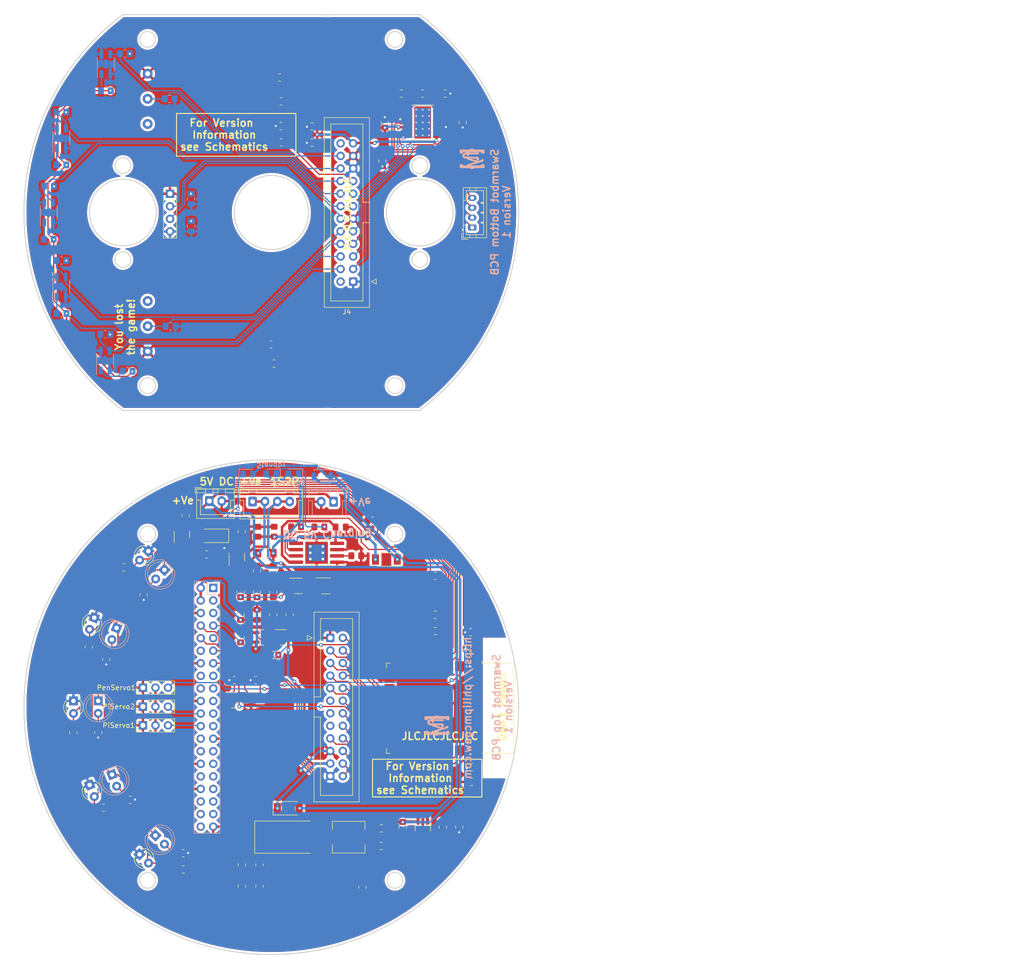
<source format=kicad_pcb>
(kicad_pcb (version 20211014) (generator pcbnew)
  (title_block (title "SwarmBot V0.2") (date "2021-11-21") (company "Squahed Fly"))
  (layers (0 "F.Cu" signal) (31 "B.Cu" signal) (34 "B.Paste" user) (35 "F.Paste" user) (36 "B.SilkS" user "B.Silkscreen") (37 "F.SilkS" user "F.Silkscreen") (38 "B.Mask" user) (39 "F.Mask" user) (44 "Edge.Cuts" user))
  (net 0 "")
  (net 1 "GND")
  (net 2 "+3V3")
  (net 3 "/Line Sensor 4 Top")
  (net 4 "Net-(C25-Pad1)")
  (net 5 "+5V")
  (net 6 "/Line Sensor 3 Top")
  (net 7 "/Line Sensor 2 Top")
  (net 8 "/Line Sensor 1 Top")
  (net 9 "/Sonar Echo Top")
  (net 10 "/Sonar Trigger Top")
  (net 11 "/Line Sensor LEDs Top")
  (net 12 "/Right Switch Top")
  (net 13 "/Left Switch Top")
  (net 14 "/Top PCB/Power/Bat+VE")
  (net 15 "Net-(C4-Pad1)")
  (net 16 "Net-(C5-Pad1)")
  (net 17 "Net-(C5-Pad2)")
  (net 18 "/Top PCB/ESP32/5V Switched 1")
  (net 19 "/Top PCB/Power/vbatInductor")
  (net 20 "Net-(C6-Pad2)")
  (net 22 "/Top PCB/ESP32/5V Switch Aux")
  (net 23 "/Top PCB/ESP32/RX")
  (net 24 "/Top PCB/ESP32/TX")
  (net 25 "/Top PCB/ESP32/Reset")
  (net 26 "/Top PCB/ESP32/Flash")
  (net 27 "/Top PCB/ESP32/program")
  (net 28 "/Top PCB/ESP32/enable")
  (net 29 "/Top PCB/ESP32/5V Switch 1")
  (net 30 "/Top PCB/ESP32/Bat V")
  (net 31 "/Top PCB/Power/VBAT")
  (net 33 "+BATT")
  (net 34 "/Top PCB/Power/+BatDiode")
  (net 35 "/Top PCB/Power/PowerInDiode")
  (net 36 "Net-(D1-Pad1)")
  (net 37 "Net-(Q9-Pad1)")
  (net 38 "/Top PCB/Power/PowerInInrush")
  (net 39 "Net-(D1-Pad2)")
  (net 40 "Net-(D2-Pad2)")
  (net 41 "Net-(D3-Pad2)")
  (net 42 "Net-(D4-Pad2)")
  (net 43 "/Top PCB/Power/bat-ve")
  (net 53 "/Lower PCB 5V")
  (net 54 "/Lower PCB/Motors/Motor 2A")
  (net 55 "/Lower PCB/Motors/Motor 1A")
  (net 56 "/Lower PCB/Motors/Motor 1B")
  (net 57 "/Lower PCB/Motors/Motor 2B")
  (net 60 "/Top PCB/ESP32/Bat I")
  (net 61 "/H-Bridge 1B Lower")
  (net 62 "/H-Bridge 2B Lower")
  (net 63 "/H-Bridge 2A Lower")
  (net 64 "/H-Bridge 1A Lower")
  (net 65 "Net-(C6-Pad1)")
  (net 70 "/Line Sensor 5 Lower")
  (net 71 "/Sonar Echo Lower")
  (net 72 "/Right Switch Lower")
  (net 73 "/Line Sensor LEDs Lower")
  (net 74 "/Line Sensor 4 Lower")
  (net 75 "/Line Sensor 3 Lower")
  (net 76 "/Line Sensor 2 Lower")
  (net 77 "/Line Sensor 1 Lower")
  (net 78 "/Sonar Trigger Lower")
  (net 79 "/Left Switch Lower")
  (net 86 "/Left Motor Sensor Top")
  (net 88 "/Line Sensor 5 Top")
  (net 89 "Net-(R1-Pad2)")
  (net 90 "Net-(R2-Pad2)")
  (net 91 "/Right Motor Sensor Top")
  (net 92 "Net-(R8-Pad2)")
  (net 93 "Net-(R7-Pad2)")
  (net 94 "Net-(R9-Pad2)")
  (net 95 "Net-(R10-Pad2)")
  (net 96 "Net-(R11-Pad2)")
  (net 97 "/H-Bridge 2A Top")
  (net 98 "/H-Bridge 1A Top")
  (net 99 "/H-Bridge 1B Top")
  (net 100 "/H-Bridge 2B Top")
  (net 101 "/Lower PCB 3V3")
  (net 102 "/Lower PCB GND")
  (net 104 "Net-(D5-Pad2)")
  (net 106 "Net-(D9-Pad1)")
  (net 107 "/Left Motor Sensor Lower")
  (net 108 "/Top PCB/Power/Power In")
  (net 109 "/Top PCB/RPi/PiServo1")
  (net 110 "/Top PCB/RPi/PiServo2")
  (net 112 "/Right Motor Sensor Lower")
  (net 113 "Net-(D10-Pad1)")
  (net 116 "Net-(U14-Pad4)")
  (net 117 "Net-(U14-Pad5)")
  (net 119 "Net-(D8-Pad1)")
  (net 120 "Net-(Q1-Pad1)")
  (net 121 "Net-(Q10-Pad2)")
  (net 125 "Net-(R40-Pad2)")
  (net 127 "/Top PCB/ESP32/IR_1")
  (net 128 "/Top PCB/ESP32/IR_2")
  (net 129 "/Top PCB/ESP32/IR_3")
  (net 130 "/Top PCB/ESP32/IR_4")
  (net 131 "/Top PCB/ESP32/IR_5")
  (net 132 "/Top PCB/ESP32/IR_LEDS")
  (net 133 "/Bottom PCB V")
  (net 134 "/Bottom PCB Version")
  (net 135 "/Top PCB/Pen Servo")
  (net 136 "/Top PCB/ESP32/Top PCB V")
  (net 137 "Net-(R39-Pad1)")
  (net 138 "Net-(R42-Pad2)")
  (net 139 "Net-(R43-Pad2)")
  (net 140 "Net-(R46-Pad1)")
  (net 141 "Net-(R49-Pad2)")
  (net 142 "Net-(R50-Pad2)")
  (net 143 "unconnected-(U9-Pad12)")
  (footprint "Connector_IDC:IDC-Header_2x12_P2.54mm_Vertical" (layer "F.Cu") (at 131.9175 135.99)
    (fp_text reference "J3" hide)
    (fp_text value "12x2 IDC")
  )
  (footprint "Package_TO_SOT_SMD:SOT-23-5" (layer "F.Cu") (at 125.476 125.476)
    (fp_text reference "U14" hide)
    (fp_text value "AP9101CK")
  )
  (footprint "RF_Module:ESP32-WROOM-32" (layer "F.Cu") (at 153.15 150.21 -90)
    (fp_text reference "U9" hide)
    (fp_text value "ESP32-WROOM-32D")
  )
  (footprint "Connector_PinHeader_2.54mm:PinHeader_1x03_P2.54mm_Vertical" (layer "F.Cu") (at 94.04 153.68 90)
    (fp_text reference "PiServo1")
    (fp_text value "Conn_01x03_Male")
  )
  (footprint "Capacitor_SMD:C_0805_2012Metric_Pad1.18x1.45mm_HandSolder" (layer "F.Cu") (at 142.2185 178.054)
    (fp_text reference "C16" hide)
    (fp_text value "22uF")
  )
  (footprint "DF-M Series Micro Switches:TypeD" (layer "F.Cu") (at 95.01 72.98 -90)
    (fp_text reference "SW1" hide)
    (fp_text value "Left")
  )
  (footprint "Resistor_SMD:R_0805_2012Metric_Pad1.20x1.40mm_HandSolder" (layer "F.Cu") (at 125 113.54)
    (fp_text reference "R39" hide)
    (fp_text value "1k")
  )
  (footprint "Resistor_SMD:R_0805_2012Metric_Pad1.20x1.40mm_HandSolder" (layer "F.Cu") (at 94.18 127.27 90)
    (fp_text reference "R22" hide)
    (fp_text value "470")
  )
  (footprint "Resistor_SMD:R_0805_2012Metric_Pad1.20x1.40mm_HandSolder" (layer "F.Cu") (at 121.98 27.52 180)
    (fp_text reference "R6" hide)
    (fp_text value "10k")
  )
  (footprint "Package_TO_SOT_SMD:SOT-23-6_Handsoldering" (layer "F.Cu") (at 131.064 125.476)
    (fp_text reference "U15" hide)
    (fp_text value "FDC6303N")
  )
  (footprint "Resistor_SMD:R_0805_2012Metric_Pad1.20x1.40mm_HandSolder" (layer "F.Cu") (at 120.396 126.746 -90)
    (fp_text reference "R50" hide)
    (fp_text value "2k7")
  )
  (footprint "Capacitor_SMD:C_0805_2012Metric_Pad1.18x1.45mm_HandSolder" (layer "F.Cu") (at 113.792 131.318 90)
    (fp_text reference "C28" hide)
    (fp_text value "10uF")
  )
  (footprint "Capacitor_SMD:C_0805_2012Metric_Pad1.18x1.45mm_HandSolder" (layer "F.Cu") (at 142.46 39.6 -90)
    (fp_text reference "C3" hide)
    (fp_text value "100pF")
  )
  (footprint "Resistor_SMD:R_0805_2012Metric_Pad1.20x1.40mm_HandSolder" (layer "F.Cu") (at 120.56 114.52 90)
    (fp_text reference "R38" hide)
    (fp_text value "2R")
  )
  (footprint "Capacitor_SMD:C_0805_2012Metric_Pad1.18x1.45mm_HandSolder" (layer "F.Cu") (at 142.95 31.81 90)
    (fp_text reference "C1" hide)
    (fp_text value "100pF")
  )
  (footprint "Resistor_SMD:R_0805_2012Metric_Pad1.20x1.40mm_HandSolder" (layer "F.Cu") (at 102.67 111.27 -90)
    (fp_text reference "R24" hide)
    (fp_text value "10k")
  )
  (footprint "Resistor_SMD:R_0805_2012Metric_Pad1.20x1.40mm_HandSolder" (layer "F.Cu") (at 102.19 179.51 180)
    (fp_text reference "R21" hide)
    (fp_text value "470")
  )
  (footprint "Resistor_SMD:R_0805_2012Metric_Pad1.20x1.40mm_HandSolder" (layer "F.Cu") (at 140.462 112.268)
    (fp_text reference "R45" hide)
    (fp_text value "10k")
  )
  (footprint "Resistor_SMD:R_0805_2012Metric_Pad1.20x1.40mm_HandSolder" (layer "F.Cu") (at 102.22 182.79 180)
    (fp_text reference "R29" hide)
    (fp_text value "10k")
  )
  (footprint "Diode_SMD:D_SMC_Handsoldering" (layer "F.Cu") (at 123.444 176.276)
    (fp_text reference "D11" hide)
    (fp_text value "SS54")
  )
  (footprint "Resistor_SMD:R_0805_2012Metric_Pad1.20x1.40mm_HandSolder" (layer "F.Cu") (at 137.176 119.38 180)
    (fp_text reference "R42" hide)
    (fp_text value "1k2")
  )
  (footprint "Package_TO_SOT_SMD:SOT-23" (layer "F.Cu") (at 112.522 148.59)
    (fp_text reference "Q7" hide)
    (fp_text value "BSH108")
  )
  (footprint "Resistor_SMD:R_0805_2012Metric_Pad1.20x1.40mm_HandSolder" (layer "F.Cu") (at 121.98 35.814 180)
    (fp_text reference "R30" hide)
    (fp_text value "10k")
  )
  (footprint "Capacitor_SMD:C_0805_2012Metric_Pad1.18x1.45mm_HandSolder" (layer "F.Cu") (at 142.24 174.498)
    (fp_text reference "C17" hide)
    (fp_text value "22uF")
  )
  (footprint "Resistor_SMD:R_0805_2012Metric_Pad1.20x1.40mm_HandSolder" (layer "F.Cu") (at 123.698 131.318 -90)
    (fp_text reference "R36" hide)
    (fp_text value "10k")
  )
  (footprint "Resistor_SMD:R_0805_2012Metric_Pad1.20x1.40mm_HandSolder" (layer "F.Cu") (at 129.71 113.56 180)
    (fp_text reference "R40" hide)
    (fp_text value "1k")
  )
  (footprint "Resistor_SMD:R_0805_2012Metric_Pad1.20x1.40mm_HandSolder" (layer "F.Cu") (at 86.12 170.32 180)
    (fp_text reference "R28" hide)
    (fp_text value "10k")
  )
  (footprint "DF-M Series Micro Switches:TypeC" (layer "F.Cu") (at 95 27.01 -90)
    (fp_text reference "SW2" hide)
    (fp_text value "Right")
  )
  (footprint "Resistor_SMD:R_0805_2012Metric_Pad1.20x1.40mm_HandSolder" (layer "F.Cu") (at 121.7 22.71)
    (fp_text reference "R2" hide)
    (fp_text value "470")
  )
  (footprint "Capacitor_SMD:C_0805_2012Metric_Pad1.18x1.45mm_HandSolder" (layer "F.Cu") (at 117.094 126.746 90)
    (fp_text reference "C25" hide)
    (fp_text value "100nF")
  )
  (footprint "Resistor_SMD:R_0805_2012Metric_Pad1.20x1.40mm_HandSolder" (layer "F.Cu") (at 86.62 140.37 90)
    (fp_text reference "R23" hide)
    (fp_text value "470")
  )
  (footprint "Package_TO_SOT_SMD:SOT-23-5" (layer "F.Cu") (at 150.622 174.244 -90)
    (fp_text reference "U13" hide)
    (fp_text value "AP2112K-3.3")
  )
  (footprint "Capacitor_SMD:C_0805_2012Metric_Pad1.18x1.45mm_HandSolder" (layer "F.Cu") (at 114.046 186.182 -90)
    (fp_text reference "C22" hide)
    (fp_text value "22uF")
  )
  (footprint "Resistor_SMD:R_0805_2012Metric_Pad1.20x1.40mm_HandSolder" (layer "F.Cu") (at 113.792 135.89 -90)
    (fp_text reference "R32" hide)
    (fp_text value "10k")
  )
  (footprint "Resistor_SMD:R_0805_2012Metric_Pad1.20x1.40mm_HandSolder" (layer "F.Cu") (at 138.43 186.436 90)
    (fp_text reference "R43" hide)
    (fp_text value "30k")
  )
  (footprint "Capacitor_SMD:C_0805_2012Metric_Pad1.18x1.45mm_HandSolder" (layer "F.Cu") (at 154.686 174.244 90)
    (fp_text reference "C26" hide)
    (fp_text value "10uF")
  )
  (footprint "Capacitor_SMD:C_0805_2012Metric_Pad1.18x1.45mm_HandSolder" (layer "F.Cu") (at 153.162 134.62 180)
    (fp_text reference "C20" hide)
    (fp_text value "10uF")
  )
  (footprint "Capacitor_SMD:C_0805_2012Metric_Pad1.18x1.45mm_HandSolder" (layer "F.Cu") (at 134.0225 113.6)
    (fp_text reference "C15" hide)
    (fp_text value "10uF")
  )
  (footprint "Resistor_SMD:R_0805_2012Metric_Pad1.20x1.40mm_HandSolder" (layer "F.Cu") (at 153.162 123.444 180)
    (fp_text reference "R49" hide)
    (fp_text value "2k7")
  )
  (footprint "Connector_JST:JST_PH_B4B-PH-K_1x04_P2.00mm_Vertical" (layer "F.Cu") (at 160.613 53.038 90)
    (fp_text reference "J5" hide)
    (fp_text value "Conn_01x04_Male")
  )
  (footprint "Connector_PinHeader_2.54mm:PinHeader_1x03_P2.54mm_Vertical" (layer "F.Cu") (at 94.03 149.88 90)
    (fp_text reference "PiServo2")
    (fp_text value "Conn_01x03_Male")
  )
  (footprint "Connector_IDC:IDC-Header_2x12_P2.54mm_Vertical" (layer "F.Cu") (at 136.5425 63.96 180)
    (fp_text reference "J4")
    (fp_text value "12x2 IDC")
  )
  (footprint "Capacitor_SMD:C_0805_2012Metric_Pad1.18x1.45mm_HandSolder" (layer "F.Cu") (at 146.558 174.244 -90)
    (fp_text reference "C24" hide)
    (fp_text value "1uF")
  )
  (footprint "Resistor_SMD:R_0805_2012Metric_Pad1.20x1.40mm_HandSolder" (layer "F.Cu") (at 85.01 155.12 90)
    (fp_text reference "R19" hide)
    (fp_text value "470")
  )
  (footprint "Package_TO_SOT_SMD:SOT-23" (layer "F.Cu") (at 117.856 135.89)
    (fp_text reference "Q9" hide)
    (fp_text value "BSH108")
  )
  (footprint "Capacitor_SMD:C_0805_2012Metric_Pad1.18x1.45mm_HandSolder" (layer "F.Cu") (at 117.094 122.428 -90)
    (fp_text reference "C18" hide)
    (fp_text value "10uF")
  )
  (footprint "LED_THT:LED_D3.0mm_IRBlack" (layer "F.Cu") (at 80 148.725 -90)
    (fp_text reference "Q4" hide)
    (fp_text value "Q_Photo_NPN_CE")
  )
  (footprint "Package_TO_SOT_SMD:SOT-23-5" (layer "F.Cu") (at 113.03 119.634 90)
    (fp_text reference "U12" hide)
    (fp_text value "INA138")
  )
  (footprint "Resistor_SMD:R_1206_3216Metric_Pad1.30x1.75mm_HandSolder" (layer "F.Cu") (at 118.872 118.872)
    (fp_text reference "R48" hide)
    (fp_text value ".0025R")
  )
  (footprint "Package_SO:SOP-8-1EP_4.57x4.57mm_P1.27mm_EP4.57x4.45mm_ThermalVias" (layer "F.Cu") (at 129.15 118.78 180)
    (fp_text reference "U10" hide)
    (fp_text value "TP4056")
  )
  (footprint "LED_THT:LED_D3.0mm_IRBlack" (layer "F.Cu") (at 95.14569 118.442842 -134)
    (fp_text reference "Q2" hide)
    (fp_text value "Q_Photo_NPN_CE")
  )
  (footprint "Package_TO_SOT_SMD:SOT-23" (layer "F.Cu") (at 101.93 115.08 90)
    (fp_text reference "Q1" hide)
    (fp_text value "AO3400A")
  )
  (footprint "Resistor_SMD:R_0805_2012Metric_Pad1.20x1.40mm_HandSolder" (layer "F.Cu") (at 120.396 139.446)
    (fp_text reference "R33" hide)
    (fp_text value "10k")
  )
  (footprint "Resistor_SMD:R_0805_2012Metric_Pad1.20x1.40mm_HandSolder" (layer "F.Cu") (at 117.602 181.864 90)
    (fp_text reference "R46" hide)
    (fp_text value "73k")
  )
  (footprint "Capacitor_SMD:C_0805_2012Metric_Pad1.18x1.45mm_HandSolder" (layer "F.Cu") (at 120.396 122.428 -90)
    (fp_text reference "C19" hide)
    (fp_text value "100nF")
  )
  (footprint "Connector_PinHeader_2.54mm:PinHeader_1x03_P2.54mm_Vertical" (layer "F.Cu") (at 94.04 146.05 90)
    (fp_text reference "PenServo1")
    (fp_text value "Conn_01x03_Male")
  )
  (footprint "Package_TO_SOT_SMD:SOT-23" (layer "F.Cu") (at 116.84 148.59)
    (fp_text reference "Q8" hide)
    (fp_text value "BSH108")
  )
  (footprint "Resistor_SMD:R_0805_2012Metric_Pad1.20x1.40mm_HandSolder" (layer "F.Cu") (at 106.934 119.126)
    (fp_text reference "R41" hide)
    (fp_text value "1k")
  )
  (footprint "Resistor_SMD:R_0805_2012Metric_Pad1.20x1.40mm_HandSolder" (layer "F.Cu") (at 79.97 155.13 90)
    (fp_text reference "R27" hide)
    (fp_text value "10k")
  )
  (footprint "Resistor_SMD:R_0805_2012Metric_Pad1.20x1.40mm_HandSolder" (layer "F.Cu") (at 116.84 144.526 180)
    (fp_text reference "R35" hide)
    (fp_text value "10k")
  )
  (footprint "Resistor_SMD:R_0805_2012Metric_Pad1.20x1.40mm_HandSolder" (layer "F.Cu") (at 91.47 168.74 180)
    (fp_text reference "R20" hide)
    (fp_text value "470")
  )
  (footprint "Capacitor_SMD:C_0805_2012Metric_Pad1.18x1.45mm_HandSolder" (layer "F.Cu") (at 153.162 131.318 180)
    (fp_text reference "C23" hide)
    (fp_text value "100nF")
  )
  (footprint "Diode_SMD:D_SOD-128" (layer "F.Cu") (at 143.256 120.142 180)
    (fp_text reference "D7" hide)
    (fp_text value "RBR3LAM30BTFTR")
  )
  (footprint "Capacitor_SMD:C_0805_2012Metric_Pad1.18x1.45mm_HandSolder" (layer "F.Cu") (at 158.68 31.79 -90)
    (fp_text reference "C2" hide)
    (fp_text value "100pF")
  )
  (footprint "Diode_SMD:D_SOD-128" (layer "F.Cu") (at 123.444 170.434)
    (fp_text reference "D12" hide)
    (fp_text value "RBR3LAM30BTFTR")
  )
  (footprint "Diode_SMD:D_SOD-128" (layer "F.Cu") (at 108.31 115.36 180)
    (fp_text reference "D6" hide)
    (fp_text value "RBR3LAM30BTFTR")
  )
  (footprint "Capacitor_SMD:C_0805_2012Metric_Pad1.18x1.45mm_HandSolder" (layer "F.Cu") (at 160.3 138.1)
    (fp_text reference "C12" hide)
    (fp_text value "10uF")
  )
  (footprint "LED_THT:LED_D3.0mm_IRBlack" (layer "F.Cu") (at 83.272377 165.717841 -68)
    (fp_text reference "Q5" hide)
    (fp_text value "Q_Photo_NPN_CE")
  )
  (footprint "Resistor_SMD:R_0805_2012Metric_Pad1.20x1.40mm_HandSolder" (layer "F.Cu") (at 117.29 114.54 90)
    (fp_text reference "R37" hide)
    (fp_text value "2R")
  )
  (footprint "Resistor_SMD:R_0805_2012Metric_Pad1.20x1.40mm_HandSolder" (layer "F.Cu") (at 117.602 186.182 90)
    (fp_text reference "R47" hide)
    (fp_text value "10k")
  )
  (footprint "Capacitor_SMD:C_0805_2012Metric_Pad1.18x1.45mm_HandSolder" (layer "F.Cu") (at 150.590001 25.953)
    (fp_text reference "C6" hide)
    (fp_text value "100pF")
  )
  (footprint "Resistor_SMD:R_0805_2012Metric_Pad1.20x1.40mm_HandSolder" (layer "F.Cu") (at 120.55 80.54 180)
    (fp_text reference "R5" hide)
    (fp_text value "10k")
  )
  (footprint "Resistor_SMD:R_0805_2012Metric_Pad1.20x1.40mm_HandSolder" (layer "F.Cu") (at 119.95 76.67)
    (fp_text reference "R1" hide)
    (fp_text value "470")
  )
  (footprint "Package_SO:HTSSOP-20-1EP_4.4x6.5mm_P0.65mm_EP3.4x6.5mm_Mask2.75x3.43mm_ThermalVias_HandSolder" (layer "F.Cu") (at 150.590001 31.795 180)
    (fp_text reference "U1" hide)
    (fp_text value "MPC17531A")
  )
  (footprint "Capacitor_SMD:C_0805_2012Metric_Pad1.18x1.45mm_HandSolder" (layer "F.Cu") (at 114.046 181.864 -90)
    (fp_text reference "C21" hide)
    (fp_text value "22uF")
  )
  (footprint "Capacitor_SMD:C_0805_2012Metric_Pad1.18x1.45mm_HandSolder" (layer "F.Cu") (at 155.162001 25.953)
    (fp_text reference "C4" hide)
    (fp_text value "100pF")
  )
  (footprint "Capacitor_SMD:C_0805_2012Metric_Pad1.18x1.45mm_HandSolder" (layer "F.Cu") (at 157.988 174.244 90)
    (fp_text reference "C27" hide)
    (fp_text value "1uF")
  )
  (footprint "Capacitor_SMD:C_0805_2012Metric_Pad1.18x1.45mm_HandSolder" (layer "F.Cu") (at 146.272001 25.953)
    (fp_text reference "C5" hide)
    (fp_text value "100pF")
  )
  (footprint "Resistor_SMD:R_0805_2012Metric_Pad1.20x1.40mm_HandSolder" (layer "F.Cu") (at 83.11 137.82 90)
    (fp_text reference "R26" hide)
    (fp_text value "10k")
  )
  (footprint "Resistor_SMD:R_0805_2012Metric_Pad1.20x1.40mm_HandSolder" (layer "F.Cu") (at 112.522 144.526 180)
    (fp_text reference "R34" hide)
    (fp_text value "10k")
  )
  (footprint "Inductor_SMD:L_6.3x6.3_H3" (layer "F.Cu") (at 135.636 176.276 180)
    (fp_text reference "L1" hide)
    (fp_text value "3.3uH")
  )
  (footprint "Resistor_SMD:R_0805_2012Metric_Pad1.20x1.40mm_HandSolder" (layer "F.Cu") (at 140.478 115.57 180)
    (fp_text reference "R44" hide)
    (fp_text value "10k")
  )
  (footprint "Capacitor_SMD:C_0805_2012Metric_Pad1.18x1.45mm_HandSolder" (layer "F.Cu") (at 114.01 114.52 -90)
    (fp_text reference "C14" hide)
    (fp_text value "10uF")
  )
  (footprint "LED_THT:LED_D3.0mm_IRBlack" (layer "F.Cu") (at 93.352842 179.744311 -44)
    (fp_text reference "Q6" hide)
    (fp_text value "Q_Photo_NPN_CE")
  )
  (footprint "Resistor_SMD:R_0805_2012Metric_Pad1.20x1.40mm_HandSolder" (layer "F.Cu") (at 121.92 32.512)
    (fp_text reference "R31" hide)
    (fp_text value "0Ω")
  )
  (footprint "Capacitor_SMD:C_0805_2012Metric_Pad1.18x1.45mm_HandSolder" (layer "F.Cu") (at 160.28 134.83)
    (fp_text reference "C13" hide)
    (fp_text value "100pF")
  )
  (footprint "Resistor_SMD:R_0805_2012Metric_Pad1.20x1.40mm_HandSolder" (layer "F.Cu") (at 160.528 165.1)
    (fp_text reference "R18" hide)
    (fp_text value "0Ω")
  )
  (footprint "Resistor_SMD:R_0805_2012Metric_Pad1.20x1.40mm_HandSolder" (layer "F.Cu") (at 160.528 162.15 180)
    (fp_text reference "R17" hide)
    (fp_text value "10k")
  )
  (footprint "Capacitor_SMD:C_0805_2012Metric_Pad1.18x1.45mm_HandSolder" (layer "F.Cu") (at 117.094 131.318 90)
    (fp_text reference "C29" hide)
    (fp_text value "100pF")
  )
  (footprint "Connector_JST:JST_XH_B4B-XH-A_1x04_P2.50mm_Vertical" (layer "F.Cu") (at 116.21 108.425)
    (fp_text reference "J6" hide)
    (fp_text value "Battery 1S2P")
  )
  (footprint "Resistor_SMD:R_0805_2012Metric_Pad1.20x1.40mm_HandSolder" (layer "F.Cu") (at 90.17 121.75)
    (fp_text reference "R25" hide)
    (fp_text value "10k")
  )
  (footprint "LED_THT:LED_D3.0mm_IRBlack" (layer "F.Cu") (at 84.207624 131.907841 -112)
    (fp_text reference "Q3" hide)
    (fp_text value "Q_Photo_NPN_CE")
  )
  (footprint "Capacitor_SMD:C_0805_2012Metric_Pad1.18x1.45mm_HandSolder" (layer "F.Cu") (at 128.24 32.61 180)
    (fp_text reference "C10" hide)
    (fp_text value "10uF")
  )
  (footprint "Package_TO_SOT_SMD:SOT-23" (layer "F.Cu") (at 122.428 135.89)
    (fp_text reference "Q10" hide)
    (fp_text value "RSC002P03")
  )
  (footprint "Connector_JST:JST_XH_B2B-XH-A_1x02_P2.50mm_Vertical" (layer "F.Cu") (at 107.47 108.335)
    (fp_text reference "J1" hide)
    (fp_text value "Front")
  )
  (footprint "Capacitor_SMD:C_0805_2012Metric_Pad1.18x1.45mm_HandSolder" (layer "F.Cu") (at 128.23 35.88 180)
    (fp_text reference "C9" hide)
    (fp_text value "10uF")
  )
  (footprint "Capacitor_SMD:C_0805_2012Metric_Pad1.18x1.45mm_HandSolder" (layer "F.Cu") (at 120.396 131.318 90)
    (fp_text reference "C11" hide)
    (fp_text value "10uF")
  )
  (footprint "Connector_PinSocket_2.54mm:PinSocket_1x04_P2.54mm_Vertical" (layer "F.Cu") (at 99.525 46.2)
    (fp_text reference "Sonar1" hide)
    (fp_text value "Conn_01x04_Male")
  )
  (footprint "Resistor_SMD:R_0805_2012Metric_Pad1.20x1.40mm_HandSolder" (layer "F.Cu") (at 113.792 126.746 90)
    (fp_text reference "R51" hide)
    (fp_text value "330")
  )
  (footprint "LED_THT:LED_D5.0mm" (layer "B.Cu") (at 96.562842 175.924311 -44)
    (fp_text reference "D3" hide)
    (fp_text value "IR")
  )
  (footprint "Button_Switch_SMD:SW_SPST_B3U-3000P-B" (layer "B.Cu") (at 130.302 103.378 180)
    (fp_text reference "SW3" hide)
    (fp_text value "SW_SPST")
  )
  (footprint "LED_THT:LED_D5.0mm" (layer "B.Cu") (at 88.716076 133.981892 -112)
    (fp_text reference "D5" hide)
    (fp_text value "IR")
  )
  (footprint "SquashedFly Logo:SquashedFlySilk" (layer "B.Cu") (at 160.528 39.116 -90)
    (fp_text reference "Logo2" hide)
    (fp_text value "SquashedFlyLogo" hide)
  )
  (footprint "LED_THT:LED_D5.0mm" (layer "B.Cu") (at 98.38569 122.242842 -134)
    (fp_text reference "D4" hide)
    (fp_text value "IR")
  )
  (footprint "LED_SMD:LED_0805_2012Metric_Pad1.15x1.40mm_HandSolder" (layer "B.Cu") (at 124.49 102.8 180)
    (fp_text reference "D8" hide)
    (fp_text value "Charging")
  )
  (footprint "Resistor_SMD:R_0805_2012Metric_Pad1.20x1.40mm_HandSolder" (layer "B.Cu") (at 90.4 17.875 180)
    (fp_text reference "R12" hide)
    (fp_text value "10k")
  )
  (footprint "Resistor_SMD:R_0805_2012Metric_Pad1.20x1.40mm_HandSolder" (layer "B.Cu") (at 77.55 59.7 180)
    (fp_text reference "R15" hide)
    (fp_text value "10k")
  )
  (footprint "Resistor_SMD:R_0805_2012Metric_Pad1.20x1.40mm_HandSolder" (layer "B.Cu") (at 75.05 44.675 180)
    (fp_text reference "R14" hide)
    (fp_text value "10k")
  )
  (footprint "Resistor_SMD:R_0805_2012Metric_Pad1.20x1.40mm_HandSolder" (layer "B.Cu") (at 75 55.4 180)
    (fp_text reference "R9" hide)
    (fp_text value "470")
  )
  (footprint "OptoDevice:OnSemi_CASE100CY" (layer "B.Cu") (at 75 50)
    (fp_text reference "U6" hide)
    (fp_text value "QRE1113GR")
  )
  (footprint "LED_SMD:LED_0805_2012Metric_Pad1.15x1.40mm_HandSolder" (layer "B.Cu") (at 119.98 102.82 180)
    (fp_text reference "D9" hide)
    (fp_text value "Standby")
  )
  (footprint "LED_THT:LED_D5.0mm" (layer "B.Cu") (at 85 148.715 -90)
    (fp_text reference "D1" hide)
    (fp_text value "IR")
  )
  (footprint "Capacitor_SMD:C_0805_2012Metric_Pad1.18x1.45mm_HandSolder" (layer "B.Cu") (at 103.8 52.775 -90)
    (fp_text reference "C7" hide)
    (fp_text value "10uF")
  )
  (footprint "Resistor_SMD:R_0805_2012Metric_Pad1.20x1.40mm_HandSolder" (layer "B.Cu") (at 86.425 74.625 180)
    (fp_text reference "R16" hide)
    (fp_text value "10k")
  )
  (footprint "Resistor_SMD:R_0805_2012Metric_Pad1.20x1.40mm_HandSolder" (layer "B.Cu") (at 86.55 25.375 180)
    (fp_text reference "R7" hide)
    (fp_text value "470")
  )
  (footprint "OptoDevice:OnSemi_CASE100CY" (layer "B.Cu") (at 86.4 79.94)
    (fp_text reference "U8" hide)
    (fp_text value "QRE1113GR")
  )
  (footprint "Resistor_SMD:R_0805_2012Metric_Pad1.20x1.40mm_HandSolder" (layer "B.Cu") (at 90.95 82.075 180)
    (fp_text reference "R11" hide)
    (fp_text value "470")
  )
  (footprint "Resistor_SMD:R_0805_2012Metric_Pad1.20x1.40mm_HandSolder" (layer "B.Cu") (at 99.45 27)
    (fp_text reference "R4" hide)
    (fp_text value "10k")
  )
  (footprint "SquashedFly Logo:SquashedFlySilk" (layer "B.Cu") (at 153.416 153.67 -90)
    (fp_text reference "Logo1" hide)
    (fp_text value "SquashedFlyLogo" hide)
  )
  (footprint "LED_SMD:LED_0805_2012Metric_Pad1.15x1.40mm_HandSolder" (layer "B.Cu") (at 115.316 102.87)
    (fp_text reference "D10" hide)
    (fp_text value "Power")
  )
  (footprint "Connector_PinHeader_2.54mm:PinHeader_2x20_P2.54mm_Vertical" (layer "B.Cu") (at 108.265 125.885 180)
    (fp_text reference "J7" hide)
    (fp_text value "Raspberry_Pi_2_3")
  )
  (footprint "OptoDevice:OnSemi_CASE100CY" (layer "B.Cu") (at 77.54 65.01)
    (fp_text reference "U7" hide)
    (fp_text value "QRE1113GR")
  )
  (footprint "Resistor_SMD:R_0805_2012Metric_Pad1.20x1.40mm_HandSolder" (layer "B.Cu") (at 77.575 40.375 180)
    (fp_text reference "R8" hide)
    (fp_text value "470")
  )
  (footprint "Resistor_SMD:R_0805_2012Metric_Pad1.20x1.40mm_HandSolder" (layer "B.Cu") (at 77.55 29.7 180)
    (fp_text reference "R13" hide)
    (fp_text value "10k")
  )
  (footprint "Capacitor_SMD:C_0805_2012Metric_Pad1.18x1.45mm_HandSolder" (layer "B.Cu") (at 103.775 47.2375 -90)
    (fp_text reference "C8" hide)
    (fp_text value "100pF")
  )
  (footprint "OptoDevice:OnSemi_CASE100CY" (layer "B.Cu") (at 77.55 34.99)
    (fp_text reference "U5" hide)
    (fp_text value "QRE1113GR")
  )
  (footprint "Resistor_SMD:R_0805_2012Metric_Pad1.20x1.40mm_HandSolder" (layer "B.Cu") (at 77.6 70.4 180)
    (fp_text reference "R10" hide)
    (fp_text value "470")
  )
  (footprint "OptoDevice:OnSemi_CASE100CY" (layer "B.Cu") (at 86.54 19.99)
    (fp_text reference "U4" hide)
    (fp_text value "QRE1113GR")
  )
  (footprint "Resistor_SMD:R_0805_2012Metric_Pad1.20x1.40mm_HandSolder" (layer "B.Cu") (at 99.625 73)
    (fp_text reference "R3" hide)
    (fp_text value "10k")
  )
  (footprint "LED_THT:LED_D5.0mm" (layer "B.Cu") (at 87.792377 163.617841 -68)
    (fp_text reference "D2" hide)
    (fp_text value "IR")
  )
  (footprint "Connector_JST:JST_XH_B2B-XH-A_1x02_P2.50mm_Vertical" (layer "B.Cu") (at 132.58 108.465 180)
    (fp_text reference "J2" hide)
    (fp_text value "Top")
  )
  (gr_rect (start 140.462 160.528) (end 162.56 168.148) (layer "F.SilkS") (width 0.2) (fill none))
  (gr_rect (start 100.838 29.972) (end 124.968 38.608) (layer "F.SilkS") (width 0.2) (fill none))
  (gr_circle (center 95 15) (end 96.6 15) (layer "Edge.Cuts") (width 0.2) (fill none))
  (gr_circle (center 150 59.5) (end 151.6 59.5) (layer "Edge.Cuts") (width 0.2) (fill none))
  (gr_circle (center 95 185) (end 96.6 185) (layer "Edge.Cuts") (width 0.2) (fill none))
  (gr_line (start 150 10) (end 90 10) (layer "Edge.Cuts") (width 0.2))
  (gr_circle (center 95 85) (end 96.6 85) (layer "Edge.Cuts") (width 0.2) (fill none))
  (gr_circle (center 150 50) (end 156.75 50) (layer "Edge.Cuts") (width 0.2) (fill none))
  (gr_arc (start 150.000001 9.999999) (mid 170.000001 50) (end 150 90) (layer "Edge.Cuts") (width 0.2))
  (gr_circle (center 150 40.5) (end 151.6 40.5) (layer "Edge.Cuts") (width 0.2) (fill none))
  (gr_circle (center 120 150) (end 170 150) (layer "Edge.Cuts") (width 0.2) (fill none))
  (gr_circle (center 145 115) (end 146.6 115) (layer "Edge.Cuts") (width 0.2) (fill none))
  (gr_line (start 90 90) (end 150 90) (layer "Edge.Cuts") (width 0.2))
  (gr_circle (center 145 15) (end 146.6 15) (layer "Edge.Cuts") (width 0.2) (fill none))
  (gr_circle (center 145 85) (end 146.6 85) (layer "Edge.Cuts") (width 0.2) (fill none))
  (gr_circle (center 145 185) (end 146.6 185) (layer "Edge.Cuts") (width 0.2) (fill none))
  (gr_circle (center 90 59.5) (end 91.6 59.5) (layer "Edge.Cuts") (width 0.2) (fill none))
  (gr_circle (center 95 115) (end 96.6 115) (layer "Edge.Cuts") (width 0.2) (fill none))
  (gr_circle (center 90 50) (end 96.75 50) (layer "Edge.Cuts") (width 0.2) (fill none))
  (gr_circle (center 120 50) (end 127.5 50) (layer "Edge.Cuts") (width 0.2) (fill none))
  (gr_arc (start 90 90) (mid 70 50) (end 90 10) (layer "Edge.Cuts") (width 0.2))
  (gr_circle (center 90 40.5) (end 91.6 40.5) (layer "Edge.Cuts") (width 0.2) (fill none))
  (gr_text "+Ve" (at 137.922 108.458 180) (layer "B.SilkS") (effects (font (size 1.5 1.5) (thickness 0.3)) (justify mirror)))
  (gr_text "DC 5V Charging" (at 131.318 115.062 180) (layer "B.SilkS") (effects (font (size 1.5 1.5) (thickness 0.3)) (justify mirror)))
  (gr_text "https://philipmcgaw.com" (at 159.65 150.15 90) (layer "B.SilkS") (effects (font (size 1.5 1.5) (thickness 0.3)) (justify mirror)))
  (gr_text "Swarmbot Top PCB\nVersion 1\n" (at 166.725 150.05 90) (layer "B.SilkS") (effects (font (size 1.5 1.5) (thickness 0.3)) (justify mirror)))
  (gr_text "Swarmbot Bottom PCB\nVersion 1\n" (at 166.37 49.911 90) (layer "B.SilkS") (effects (font (size 1.5 1.5) (thickness 0.3)) (justify mirror)))
  (gr_text "1S2P" (at 122.682 104.394) (layer "F.SilkS") (effects (font (size 1.5 1.5) (thickness 0.3))))
  (gr_text "JLCJLCJLCJLC" (at 154.1 155.85) (layer "F.SilkS") (effects (font (size 1.5 1.5) (thickness 0.3))))
  (gr_text "5V DC" (at 108.966 104.394) (layer "F.SilkS") (effects (font (size 1.5 1.5) (thickness 0.3))))
  (gr_text "+Ve" (at 115.824 104.394) (layer "F.SilkS") (effects (font (size 1.5 1.5) (thickness 0.3))))
  (gr_text "You lost\nthe game!" (at 90.424 73.152 90) (layer "F.SilkS") (effects (font (size 1.5 1.5) (thickness 0.3))))
  (gr_text "For Version \nInformation\nsee Schematics" (at 110.49 34.29) (layer "F.SilkS") (effects (font (size 1.5 1.5) (thickness 0.3))))
  (gr_text "Don't Panic!" (at 166.72 149.93 90) (layer "F.SilkS") (effects (font (size 1.5 1.5) (thickness 0.3))))
  (gr_text "+Ve" (at 102.108 108.204) (layer "F.SilkS") (effects (font (size 1.5 1.5) (thickness 0.3))))
  (gr_text "For Version \nInformation\nsee Schematics" (at 150.114 164.338) (layer "F.SilkS") (effects (font (size 1.5 1.5) (thickness 0.3))))
  (gr_text "JLCJLCJLCJLC" (at 135.382 50.292 90) (layer "F.SilkS") (effects (font (size 1.5 1.5) (thickness 0.3))))
  (via (at 116.84 138.176) (size 0.8) (drill 0.4) (layers "F.Cu" "B.Cu") (net 1))
  (via (at 128.397 160.147) (size 0.8) (drill 0.4) (layers "F.Cu" "B.Cu") (net 1))
  (via (at 125.984 162.814) (size 0.8) (drill 0.4) (layers "F.Cu" "B.Cu") (net 1))
  (via (at 117.094 130.302) (size 0.8) (drill 0.4) (layers "F.Cu" "B.Cu") (net 1))
  (segment (start 125.984 162.56) (end 128.397 160.147) (width 0.5) (layer "B.Cu") (net 1))
  (segment (start 125.984 162.814) (end 125.984 162.56) (width 0.5) (layer "B.Cu") (net 1))
  (segment (start 117.094 137.922) (end 116.84 138.176) (width 0.5) (layer "B.Cu") (net 1))
  (segment (start 129.694 158.85) (end 131.9175 158.85) (width 0.5) (layer "B.Cu") (net 1))
  (segment (start 117.094 130.302) (end 117.094 137.922) (width 0.5) (layer "B.Cu") (net 1))
  (segment (start 131.9175 135.99) (end 131.672 135.99) (width 0.5) (layer "B.Cu") (net 1))
  (segment (start 128.397 160.147) (end 129.694 158.85) (width 0.5) (layer "B.Cu") (net 1))
  (segment (start 111.1305 118.4965) (end 110.49 117.856) (width 0.5) (layer "F.Cu") (net 2))
  (segment (start 112.08 118.4965) (end 111.1305 118.4965) (width 0.5) (layer "F.Cu") (net 2))
  (segment (start 159.19 134.86) (end 159.19 138.0275) (width 0.5) (layer "F.Cu") (net 2))
  (segment (start 157.988 175.2815) (end 154.686 175.2815) (width 0.5) (layer "F.Cu") (net 2))
  (segment (start 151.572 175.3815) (end 154.586 175.3815) (width 0.5) (layer "F.Cu") (net 2))
  (segment (start 160.12 141.71) (end 160.12 138.99) (width 0.5) (layer "F.Cu") (net 2))
  (segment (start 160.12 138.99) (end 159.26 138.13) (width 0.5) (layer "F.Cu") (net 2))
  (via (at 157.988 175.2815) (size 0.8) (drill 0.4) (layers "F.Cu" "B.Cu") (net 2))
  (via (at 159.512 162.306) (size 0.8) (drill 0.4) (layers "F.Cu" "B.Cu") (net 2))
  (via (at 84.99 156.14) (size 0.8) (drill 0.4) (layers "F.Cu" "B.Cu") (net 2))
  (via (at 103.18 179.48) (size 0.8) (drill 0.4) (layers "F.Cu" "B.Cu") (net 2))
  (via (at 111.506 144.526) (size 0.8) (drill 0.4) (layers "F.Cu" "B.Cu") (net 2))
  (via (at 86.62 141.36) (size 0.8) (drill 0.4) (layers "F.Cu" "B.Cu") (net 2))
  (via (at 92.44 168.69) (size 0.8) (drill 0.4) (layers "F.Cu" "B.Cu") (net 2))
  (via (at 110.49 117.856) (size 0.8) (drill 0.4) (layers "F.Cu" "B.Cu") (net 2))
  (via (at 159.19 134.86) (size 0.8) (drill 0.4) (layers "F.Cu" "B.Cu") (net 2))
  (via (at 94.21 128.32) (size 0.8) (drill 0.4) (layers "F.Cu" "B.Cu") (net 2))
  (via (at 160.12 141.71) (size 0.8) (drill 0.4) (layers "F.Cu" "B.Cu") (net 2))
  (via (at 115.824 144.526) (size 0.8) (drill 0.4) (layers "F.Cu" "B.Cu") (net 2))
  (via (at 159.26 138.13) (size 0.8) (drill 0.4) (layers "F.Cu" "B.Cu") (net 2))
  (segment (start 135.195261 146.15) (end 142.430261 153.385) (width 0.25) (layer "F.Cu") (net 3))
  (segment (start 143.065978 153.385) (end 143.895 153.385) (width 0.25) (layer "F.Cu") (net 3))
  (segment (start 142.430261 153.385) (end 143.895 153.385) (width 0.25) (layer "F.Cu") (net 3))
  (segment (start 134.4575 146.15) (end 135.195261 146.15) (width 0.25) (layer "F.Cu") (net 3))
  (segment (start 123.35148 126.33052) (end 123.35148 126.079448) (width 0.25) (layer "F.Cu") (net 4))
  (segment (start 123.35148 126.079448) (end 123.954928 125.476) (width 0.25) (layer "F.Cu") (net 4))
  (segment (start 121.92 127.762) (end 123.35148 126.33052) (width 0.25) (layer "F.Cu") (net 4))
  (via (at 121.92 127.762) (size 0.8) (drill 0.4) (layers "F.Cu" "B.Cu") (net 4))
  (via (at 117.094 127.7835) (size 0.8) (drill 0.4) (layers "F.Cu" "B.Cu") (net 4))
  (via (at 113.792 127.762) (size 0.8) (drill 0.4) (layers "F.Cu" "B.Cu") (net 4))
  (segment (start 121.8985 127.7835) (end 117.094 127.7835) (width 0.25) (layer "B.Cu") (net 4))
  (segment (start 113.8135 127.7835) (end 117.094 127.7835) (width 0.25) (layer "B.Cu") (net 4))
  (segment (start 121.92 127.762) (end 121.8985 127.7835) (width 0.25) (layer "B.Cu") (net 4))
  (segment (start 113.792 127.762) (end 113.8135 127.7835) (width 0.25) (layer "B.Cu") (net 4))
  (segment (start 123.444 138.43) (end 123.444 135.9685) (width 0.5) (layer "F.Cu") (net 5))
  (segment (start 96.58 146.05) (end 96.58 149.87) (width 0.5) (layer "F.Cu") (net 5))
  (segment (start 120.904 170.434) (end 119.044 172.294) (width 0.5) (layer "F.Cu") (net 5))
  (segment (start 124.655158 144.8175) (end 124.655158 145.050946) (width 0.5) (layer "F.Cu") (net 5))
  (segment (start 114.046 180.8265) (end 108.9445 180.8265) (width 0.5) (layer "F.Cu") (net 5))
  (segment (start 117.602 177.718) (end 119.044 176.276) (width 0.5) (layer "F.Cu") (net 5))
  (segment (start 96.58 153.68) (end 96.58 149.89) (width 0.5) (layer "F.Cu") (net 5))
  (segment (start 108.9445 180.8265) (end 96.58 168.462) (width 0.5) (layer "F.Cu") (net 5))
  (segment (start 128.166494 161.39) (end 131.9175 161.39) (width 0.5) (layer "F.Cu") (net 5))
  (segment (start 96.58 149.89) (end 96.57 149.88) (width 0.5) (layer "F.Cu") (net 5))
  (segment (start 96.58 149.87) (end 96.57 149.88) (width 0.5) (layer "F.Cu") (net 5))
  (segment (start 126.684039 147.079827) (end 126.684039 159.907545) (width 0.5) (layer "F.Cu") (net 5))
  (segment (start 117.602 180.864) (end 114.0835 180.864) (width 0.5) (layer "F.Cu") (net 5))
  (segment (start 114.046 180.8265) (end 115.22052 182.00102) (width 0.5) (layer "F.Cu") (net 5))
  (segment (start 123.444 135.9685) (end 123.3655 135.89) (width 0.5) (layer "F.Cu") (net 5))
  (segment (start 115.22052 183.96998) (end 115.22052 182.00102) (width 0.5) (layer "F.Cu") (net 5))
  (segment (start 123.698 132.318) (end 123.698 135.5575) (width 0.5) (layer "F.Cu") (net 5))
  (segment (start 96.58 168.462) (end 96.58 153.68) (width 0.5) (layer "F.Cu") (net 5))
  (segment (start 117.602 180.864) (end 117.602 177.718) (width 0.5) (layer "F.Cu") (net 5))
  (segment (start 114.046 185.1445) (end 115.22052 183.96998) (width 0.5) (layer "F.Cu") (net 5))
  (segment (start 124.655158 145.050946) (end 126.684039 147.079827) (width 0.5) (layer "F.Cu") (net 5))
  (segment (start 123.698 135.5575) (end 123.3655 135.89) (width 0.5) (layer "F.Cu") (net 5))
  (segment (start 119.044 172.294) (end 119.044 176.276) (width 0.5) (layer "F.Cu") (net 5))
  (segment (start 126.684039 159.907545) (end 128.166494 161.39) (width 0.5) (layer "F.Cu") (net 5))
  (via (at 123.444 138.43) (size 0.8) (drill 0.4) (layers "F.Cu" "B.Cu") (net 5))
  (via (at 121.244 170.434) (size 0.8) (drill 0.4) (layers "F.Cu" "B.Cu") (net 5))
  (via (at 124.655158 144.8175) (size 0.8) (drill 0.4) (layers "F.Cu" "B.Cu") (net 5))
  (segment (start 124.655158 144.8175) (end 123.385158 143.5475) (width 0.5) (layer "B.Cu") (net 5))
  (segment (start 121.244 169.078) (end 121.244 170.434) (width 0.5) (layer "B.Cu") (net 5))
  (segment (start 123.385158 138.488842) (end 123.444 138.43) (width 0.5) (layer "B.Cu") (net 5))
  (segment (start 128.932 161.39) (end 121.244 169.078) (width 0.5) (layer "B.Cu") (net 5))
  (segment (start 123.385158 143.5475) (end 123.385158 138.488842) (width 0.5) (layer "B.Cu") (net 5))
  (segment (start 131.9175 161.39) (end 128.932 161.39) (width 0.5) (layer "B.Cu") (net 5))
  (segment (start 147.435 159.905) (end 147.435 158.71) (width 0.25) (layer "F.Cu") (net 6))
  (segment (start 146.855969 160.484031) (end 147.435 159.905) (width 0.25) (layer "F.Cu") (net 6))
  (segment (start 141.171531 160.484031) (end 146.855969 160.484031) (width 0.25) (layer "F.Cu") (net 6))
  (segment (start 134.4575 153.77) (end 141.171531 160.484031) (width 0.25) (layer "F.Cu") (net 6))
  (segment (start 148.39448 160.97752) (end 139.38752 160.97752) (width 0.25) (layer "F.Cu") (net 7))
  (segment (start 148.705 158.71) (end 148.705 160.667) (width 0.25) (layer "F.Cu") (net 7))
  (segment (start 134.72 156.31) (end 134.4575 156.31) (width 0.25) (layer "F.Cu") (net 7))
  (segment (start 139.38752 160.97752) (end 134.72 156.31) (width 0.25) (layer "F.Cu") (net 7))
  (segment (start 148.705 160.667) (end 148.39448 160.97752) (width 0.25) (layer "F.Cu") (net 7))
  (segment (start 149.727942 162.32608) (end 152.515 159.539022) (width 0.25) (layer "F.Cu") (net 8))
  (segment (start 134.4575 161.39) (end 135.39358 162.32608) (width 0.25) (layer "F.Cu") (net 8))
  (segment (start 135.39358 162.32608) (end 149.727942 162.32608) (width 0.25) (layer "F.Cu") (net 8))
  (segment (start 143.864 155.956) (end 143.895 155.925) (width 0.25) (layer "F.Cu") (net 9))
  (segment (start 141.701 155.925) (end 143.895 155.925) (width 0.25) (layer "F.Cu") (net 9))
  (segment (start 134.4575 148.69) (end 134.466 148.69) (width 0.25) (layer "F.Cu") (net 9))
  (segment (start 134.466 148.69) (end 141.701 155.925) (width 0.25) (layer "F.Cu") (net 9))
  (segment (start 146.165 158.71) (end 146.165 159.539022) (width 0.25) (layer "F.Cu") (net 10))
  (segment (start 145.669511 160.034511) (end 143.270511 160.034511) (width 0.25) (layer "F.Cu") (net 10))
  (segment (start 146.165 159.539022) (end 145.669511 160.034511) (width 0.25) (layer "F.Cu") (net 10))
  (segment (start 143.270511 160.034511) (end 134.466 151.23) (width 0.25) (layer "F.Cu") (net 10))
  (segment (start 134.466 151.23) (end 134.4575 151.23) (width 0.25) (layer "F.Cu") (net 10))
  (segment (start 134.4575 151.642956) (end 135.093217 151.642956) (width 0.25) (layer "F.Cu") (net 10))
  (segment (start 138.31304 144.918475) (end 141.699565 148.305) (width 0.25) (layer "F.Cu") (net 11))
  (segment (start 134.4575 141.07) (end 134.467436 141.07) (width 0.25) (layer "F.Cu") (net 11))
  (segment (start 138.31304 144.915604) (end 138.31304 144.918475) (width 0.25) (layer "F.Cu") (net 11))
  (segment (start 141.699565 148.305) (end 143.895 148.305) (width 0.25) (layer "F.Cu") (net 11))
  (segment (start 134.467436 141.07) (end 138.31304 144.915604) (width 0.25) (layer "F.Cu") (net 11))
  (segment (start 151.245 160.173304) (end 151.245 159.539022) (width 0.25) (layer "F.Cu") (net 12))
  (segment (start 137.48406 161.87656) (end 149.541744 161.87656) (width 0.25) (layer "F.Cu") (net 12))
  (segment (start 149.541744 161.87656) (end 151.245 160.173304) (width 0.25) (layer "F.Cu") (net 12))
  (segment (start 134.4575 158.85) (end 137.48406 161.87656) (width 0.25) (layer "F.Cu") (net 12))
  (segment (start 143.065978 150.845) (end 143.895 150.845) (width 0.25) (layer "F.Cu") (net 13))
  (segment (start 137.414 145.288) (end 137.414 145.290871) (width 0.25) (layer "F.Cu") (net 13))
  (segment (start 135.736 143.61) (end 137.414 145.288) (width 0.25) (layer "F.Cu") (net 13))
  (segment (start 142.968129 150.845) (end 143.895 150.845) (width 0.25) (layer "F.Cu") (net 13))
  (segment (start 137.414 145.290871) (end 142.968129 150.845) (width 0.25) (layer "F.Cu") (net 13))
  (segment (start 134.4575 143.61) (end 135.736 143.61) (width 0.25) (layer "F.Cu") (net 13))
  (segment (start 114.03 125.508) (end 114.03 120.8215) (width 0.5) (layer "F.Cu") (net 14))
  (segment (start 115.4485 120.7715) (end 117.322 118.898) (width 0.5) (layer "F.Cu") (net 14))
  (segment (start 114.03 120.8215) (end 113.98 120.7715) (width 0.5) (layer "F.Cu") (net 14))
  (segment (start 113.98 120.7715) (end 115.4485 120.7715) (width 0.5) (layer "F.Cu") (net 14))
  (segment (start 118.71 108.425) (end 116.21 108.425) (width 0.5) (layer "F.Cu") (net 14))
  (via (at 117.348 118.872) (size 0.8) (drill 0.4) (layers "F.Cu" "B.Cu") (net 14))
  (segment (start 118.618 117.602) (end 117.348 118.872) (width 0.5) (layer "B.Cu") (net 14))
  (segment (start 118.618 108.425) (end 118.618 117.602) (width 0.5) (layer "B.Cu") (net 14))
  (segment (start 154.564521 29.195479) (end 154.564521 26.39302) (width 0.25) (layer "F.Cu") (net 15))
  (segment (start 154.24 29.52) (end 154.564521 29.195479) (width 0.25) (layer "F.Cu") (net 15))
  (segment (start 153.452501 29.52) (end 154.24 29.52) (width 0.25) (layer "F.Cu") (net 15))
  (segment (start 145.234501 27.814499) (end 145.234501 25.953) (width 0.25) (layer "F.Cu") (net 16))
  (segment (start 146.940002 29.52) (end 145.234501 27.814499) (width 0.25) (layer "F.Cu") (net 16))
  (segment (start 147.727501 29.52) (end 146.940002 29.52) (width 0.25) (layer "F.Cu") (net 16))
  (segment (start 147.727501 28.87) (end 147.309501 28.452) (width 0.25) (layer "F.Cu") (net 17))
  (segment (start 147.309501 28.452) (end 147.309501 25.953) (width 0.25) (layer "F.Cu") (net 17))
  (segment (start 105.725 128.425) (end 105.725 125.885) (width 0.5) (layer "F.Cu") (net 18))
  (segment (start 113.792 132.3555) (end 117.094 132.3555) (width 0.5) (layer "F.Cu") (net 18))
  (segment (start 120.396 133.8455) (end 121.4905 134.94) (width 0.5) (layer "F.Cu") (net 18))
  (segment (start 120.396 132.3555) (end 120.396 133.8455) (width 0.5) (layer "F.Cu") (net 18))
  (segment (start 120.396 132.3555) (end 117.094 132.3555) (width 0.5) (layer "F.Cu") (net 18))
  (via (at 113.792 132.3555) (size 0.8) (drill 0.4) (layers "F.Cu" "B.Cu") (net 18))
  (segment (start 110.49 129.0535) (end 110.49 125.222) (width 0.5) (layer "B.Cu") (net 18))
  (segment (start 113.792 132.3555) (end 110.49 129.0535) (width 0.5) (layer "B.Cu") (net 18))
  (segment (start 105.725 125.161) (end 105.725 125.885) (width 0.5) (layer "B.Cu") (net 18))
  (segment (start 110.49 125.222) (end 109.728 124.46) (width 0.5) (layer "B.Cu") (net 18))
  (segment (start 106.426 124.46) (end 105.725 125.161) (width 0.5) (layer "B.Cu") (net 18))
  (segment (start 109.728 124.46) (end 106.426 124.46) (width 0.5) (layer "B.Cu") (net 18))
  (segment (start 132.886 176.276) (end 127.844 176.276) (width 0.5) (layer "F.Cu") (net 19))
  (segment (start 152.333001 25.953) (end 151.627501 25.953) (width 0.25) (layer "F.Cu") (net 20))
  (segment (start 153.452501 27.0725) (end 152.333001 25.953) (width 0.25) (layer "F.Cu") (net 20))
  (segment (start 153.452501 28.87) (end 153.452501 27.0725) (width 0.25) (layer "F.Cu") (net 20))
  (segment (start 108.265 133.505) (end 108.359 133.505) (width 0.25) (layer "F.Cu") (net 22))
  (via (at 113.792 136.89) (size 0.8) (drill 0.4) (layers "F.Cu" "B.Cu") (net 22))
  (segment (start 108.265 133.505) (end 110.407 133.505) (width 0.25) (layer "B.Cu") (net 22))
  (segment (start 110.407 133.505) (end 113.792 136.89) (width 0.25) (layer "B.Cu") (net 22))
  (segment (start 109.439511 135.558501) (end 108.60101 134.72) (width 0.25) (layer "F.Cu") (net 23))
  (segment (start 156.325 159.539022) (end 155.379991 160.484031) (width 0.25) (layer "F.Cu") (net 23))
  (segment (start 126.109519 147.317802) (end 123.122197 144.33048) (width 0.25) (layer "F.Cu") (net 23))
  (segment (start 126.10952 160.14552) (end 126.109519 147.317802) (width 0.25) (layer "F.Cu") (net 23))
  (segment (start 106.94 134.72) (end 105.725 133.505) (width 0.25) (layer "F.Cu") (net 23))
  (segment (start 155.379991 160.484031) (end 152.841426 160.484031) (width 0.25) (layer "F.Cu") (net 23))
  (segment (start 109.439511 137.251793) (end 109.439511 135.558501) (width 0.25) (layer "F.Cu") (net 23))
  (segment (start 114.935718 142.748) (end 109.439511 137.251793) (width 0.25) (layer "F.Cu") (net 23))
  (segment (start 123.122197 144.33048) (end 120.074198 144.33048) (width 0.25) (layer "F.Cu") (net 23))
  (segment (start 131.572 165.608) (end 126.10952 160.14552) (width 0.25) (layer "F.Cu") (net 23))
  (segment (start 108.60101 134.72) (end 106.94 134.72) (width 0.25) (layer "F.Cu") (net 23))
  (segment (start 120.074198 144.33048) (end 118.491718 142.748) (width 0.25) (layer "F.Cu") (net 23))
  (segment (start 137.25688 163.22512) (end 134.874 165.608) (width 0.25) (layer "F.Cu") (net 23))
  (segment (start 150.100336 163.22512) (end 137.25688 163.22512) (width 0.25) (layer "F.Cu") (net 23))
  (segment (start 118.491718 142.748) (end 114.935718 142.748) (width 0.25) (layer "F.Cu") (net 23))
  (segment (start 134.874 165.608) (end 131.572 165.608) (width 0.25) (layer "F.Cu") (net 23))
  (segment (start 152.841426 160.484031) (end 150.100336 163.22512) (width 0.25) (layer "F.Cu") (net 23))
  (segment (start 156.325 158.71) (end 156.325 159.539022) (width 0.25) (layer "F.Cu") (net 23))
  (segment (start 106.899511 137.219511) (end 105.725 136.045) (width 0.25) (layer "F.Cu") (net 24))
  (segment (start 153.027624 160.933551) (end 150.286533 163.67464) (width 0.25) (layer "F.Cu") (net 24))
  (segment (start 122.935999 144.78) (end 119.888 144.78) (width 0.25) (layer "F.Cu") (net 24))
  (segment (start 119.888 144.78) (end 118.364 143.256) (width 0.25) (layer "F.Cu") (net 24))
  (segment (start 125.66 160.331717) (end 125.66 147.504) (width 0.25) (layer "F.Cu") (net 24))
  (segment (start 108.771511 137.219511) (end 106.899511 137.219511) (width 0.25) (layer "F.Cu") (net 24))
  (segment (start 135.060197 166.05752) (end 131.385803 166.05752) (width 0.25) (layer "F.Cu") (net 24))
  (segment (start 156.200471 160.933551) (end 153.027624 160.933551) (width 0.25) (layer "F.Cu") (net 24))
  (segment (start 157.595 158.71) (end 157.595 159.539022) (width 0.25) (layer "F.Cu") (net 24))
  (segment (start 125.396677 147.240678) (end 122.935999 144.78) (width 0.25) (layer "F.Cu") (net 24))
  (segment (start 114.808 143.256) (end 108.771511 137.219511) (width 0.25) (layer "F.Cu") (net 24))
  (segment (start 131.385803 166.05752) (end 125.66 160.331717) (width 0.25) (layer "F.Cu") (net 24))
  (segment (start 125.66 147.504) (end 125.396677 147.240678) (width 0.25) (layer "F.Cu") (net 24))
  (segment (start 137.443078 163.67464) (end 135.060197 166.05752) (width 0.25) (layer "F.Cu") (net 24))
  (segment (start 157.595 159.539022) (end 156.200471 160.933551) (width 0.25) (layer "F.Cu") (net 24))
  (segment (start 118.364 143.256) (end 114.808 143.256) (width 0.25) (layer "F.Cu") (net 24))
  (segment (start 150.286533 163.67464) (end 137.443078 163.67464) (width 0.25) (layer "F.Cu") (net 24))
  (segment (start 114.621802 146.359302) (end 115.9025 147.64) (width 0.25) (layer "F.Cu") (net 25))
  (segment (start 114.621802 143.70552) (end 114.621802 146.359302) (width 0.25) (layer "F.Cu") (net 25))
  (segment (start 109.501282 138.585) (end 114.621802 143.70552) (width 0.25) (layer "F.Cu") (net 25))
  (segment (start 108.265 138.585) (end 109.501282 138.585) (width 0.25) (layer "F.Cu") (net 25))
  (segment (start 111.405564 141.125) (end 112.522 142.241436) (width 0.25) (layer "F.Cu") (net 26))
  (segment (start 108.265 141.125) (end 111.405564 141.125) (width 0.25) (layer "F.Cu") (net 26))
  (segment (start 112.522 142.241436) (end 112.522 146.7025) (width 0.25) (layer "F.Cu") (net 26))
  (segment (start 112.522 146.7025) (end 111.5845 147.64) (width 0.25) (layer "F.Cu") (net 26))
  (segment (start 113.4595 149.7815) (end 113.4595 148.59) (width 0.25) (layer "F.Cu") (net 27))
  (segment (start 131.42649 149.86) (end 131.431001 149.864511) (width 0.25) (layer "F.Cu") (net 27))
  (segment (start 131.431001 149.864511) (end 132.403999 149.864511) (width 0.25) (layer "F.Cu") (net 27))
  (segment (start 113.4595 144.5885) (end 113.522 144.526) (width 0.25) (layer "F.Cu") (net 27))
  (segment (start 113.4595 148.59) (end 113.4595 144.5885) (width 0.25) (layer "F.Cu") (net 27))
  (segment (start 133.96649 149.86) (end 133.971001 149.864511) (width 0.25) (layer "F.Cu") (net 27))
  (segment (start 132.403999 149.864511) (end 132.40851 149.86) (width 0.25) (layer "F.Cu") (net 27))
  (segment (start 134.878511 149.864511) (end 143.724 158.71) (width 0.25) (layer "F.Cu") (net 27))
  (segment (start 133.971001 149.864511) (end 134.878511 149.864511) (width 0.25) (layer "F.Cu") (net 27))
  (segment (start 113.538 149.86) (end 113.4595 149.7815) (width 0.25) (layer "F.Cu") (net 27))
  (segment (start 130.048 149.86) (end 131.42649 149.86) (width 0.25) (layer "F.Cu") (net 27))
  (segment (start 132.40851 149.86) (end 133.96649 149.86) (width 0.25) (layer "F.Cu") (net 27))
  (segment (start 143.724 158.71) (end 144.895 158.71) (width 0.25) (layer "F.Cu") (net 27))
  (segment (start 113.538 148.6685) (end 113.4595 148.59) (width 0.25) (layer "F.Cu") (net 27))
  (via (at 130.048 149.86) (size 0.8) (drill 0.4) (layers "F.Cu" "B.Cu") (net 27))
  (via (at 113.538 149.86) (size 0.8) (drill 0.4) (layers "F.Cu" "B.Cu") (net 27))
  (segment (start 113.538 149.86) (end 130.048 149.86) (width 0.25) (layer "B.Cu") (net 27))
  (segment (start 158.865 142.539022) (end 156.878022 144.526) (width 0.25) (layer "F.Cu") (net 28))
  (segment (start 118.998282 144.526) (end 117.84 144.526) (width 0.25) (layer "F.Cu") (net 28))
  (segment (start 117.7775 144.5885) (end 117.7775 148.59) (width 0.25) (layer "F.Cu") (net 28))
  (segment (start 122.6445 145.5795) (end 120.051782 145.5795) (width 0.25) (layer "F.Cu") (net 28))
  (segment (start 120.051782 145.5795) (end 118.998282 144.526) (width 0.25) (layer "F.Cu") (net 28))
  (segment (start 117.84 144.526) (end 117.7775 144.5885) (width 0.25) (layer "F.Cu") (net 28))
  (segment (start 122.6777 145.5463) (end 122.6445 145.5795) (width 0.25) (layer "F.Cu") (net 28))
  (segment (start 158.865 141.71) (end 158.865 142.539022) (width 0.25) (layer "F.Cu") (net 28))
  (segment (start 156.878022 144.526) (end 156.464 144.526) (width 0.25) (layer "F.Cu") (net 28))
  (via (at 156.464 144.526) (size 0.8) (drill 0.4) (layers "F.Cu" "B.Cu") (net 28))
  (via (at 122.6777 145.5463) (size 0.8) (drill 0.4) (layers "F.Cu" "B.Cu") (net 28))
  (segment (start 122.682 145.542) (end 130.86449 145.542) (width 0.25) (layer "B.Cu") (net 28))
  (segment (start 130.86449 145.542) (end 131.431001 144.975489) (width 0.25) (layer "B.Cu") (net 28))
  (segment (start 122.6777 145.5463) (end 122.682 145.542) (width 0.25) (layer "B.Cu") (net 28))
  (segment (start 131.431001 144.975489) (end 156.014511 144.975489) (width 0.25) (layer "B.Cu") (net 28))
  (segment (start 156.014511 144.975489) (end 156.464 144.526) (width 0.25) (layer "B.Cu") (net 28))
  (segment (start 130.106511 137.355489) (end 135.323489 137.355489) (width 0.25) (layer "F.Cu") (net 29))
  (segment (start 121.428 139.940928) (end 121.428 139.954) (width 0.25) (layer "F.Cu") (net 29))
  (segment (start 135.323489 137.355489) (end 139.678 141.71) (width 0.25) (layer "F.Cu") (net 29))
  (segment (start 130.048 137.414) (end 130.106511 137.355489) (width 0.25) (layer "F.Cu") (net 29))
  (segment (start 139.678 141.71) (end 144.895 141.71) (width 0.25) (layer "F.Cu") (net 29))
  (via (at 121.412 139.446) (size 0.8) (drill 0.4) (layers "F.Cu" "B.Cu") (net 29))
  (via (at 130.048 137.414) (size 0.8) (drill 0.4) (layers "F.Cu" "B.Cu") (net 29))
  (segment (start 121.412 139.446) (end 121.412 139.437386) (width 0.25) (layer "B.Cu") (net 29))
  (segment (start 123.435386 137.414) (end 130.048 137.414) (width 0.25) (layer "B.Cu") (net 29))
  (segment (start 121.412 139.437386) (end 123.435386 137.414) (width 0.25) (layer "B.Cu") (net 29))
  (segment (start 154.1995 134.62) (end 155.38288 133.43662) (width 0.25) (layer "F.Cu") (net 30))
  (segment (start 143.51 117.602) (end 149.932494 117.602) (width 0.25) (layer "F.Cu") (net 30))
  (segment (start 155.38288 123.052386) (end 155.38288 133.43662) (width 0.25) (layer "F.Cu") (net 30))
  (segment (start 154.1995 136.656478) (end 154.1995 134.62) (width 0.25) (layer "F.Cu") (net 30))
  (segment (start 149.975 141.71) (end 149.975 140.880978) (width 0.25) (layer "F.Cu") (net 30))
  (segment (start 149.932494 117.602) (end 155.38288 123.052386) (width 0.25) (layer "F.Cu") (net 30))
  (segment (start 149.975 140.880978) (end 154.1995 136.656478) (width 0.25) (layer "F.Cu") (net 30))
  (segment (start 141.462 112.268) (end 141.462 115.554) (width 0.25) (layer "F.Cu") (net 30))
  (segment (start 141.478 115.57) (end 143.51 117.602) (width 0.25) (layer "F.Cu") (net 30))
  (segment (start 140.164 174.498) (end 138.386 176.276) (width 0.5) (layer "F.Cu") (net 31))
  (segment (start 149.672 173.1065) (end 149.672 172.444) (width 0.5) (layer "F.Cu") (net 31))
  (segment (start 151.16648 171.99448) (end 151.572 172.4) (width 0.5) (layer "F.Cu") (net 31))
  (segment (start 140.164 178.054) (end 138.386 176.276) (width 0.5) (layer "F.Cu") (net 31))
  (segment (start 141.2025 174.498) (end 140.164 174.498) (width 0.5) (layer "F.Cu") (net 31))
  (segment (start 149.672 172.444) (end 150.12152 171.99448) (width 0.5) (layer "F.Cu") (net 31))
  (segment (start 150.12152 171.99448) (end 151.16648 171.99448) (width 0.5) (layer "F.Cu") (net 31))
  (segment (start 151.572 172.4) (end 151.572 173.1065) (width 0.5) (layer "F.Cu") (net 31))
  (segment (start 149.672 173.1065) (end 146.658 173.1065) (width 0.5) (layer "F.Cu") (net 31))
  (segment (start 141.181 178.054) (end 140.164 178.054) (width 0.5) (layer "F.Cu") (net 31))
  (segment (start 142.494 173.2065) (end 141.2025 174.498) (width 0.5) (layer "F.Cu") (net 31))
  (segment (start 146.558 173.2065) (end 142.494 173.2065) (width 0.5) (layer "F.Cu") (net 31))
  (via (at 146.558 173.228) (size 0.8) (drill 0.4) (layers "F.Cu" "B.Cu") (net 31))
  (segment (start 131.318 103.378) (end 132.002 103.378) (width 0.5) (layer "B.Cu") (net 31))
  (segment (start 135.57352 106.13625) (end 135.57352 109.15752) (width 0.5) (layer "B.Cu") (net 31))
  (segment (start 158.17952 124.17025) (end 158.179519 167.167751) (width 0.5) (layer "B.Cu") (net 31))
  (segment (start 135.57352 109.15752) (end 145.708489 119.292489) (width 0.5) (layer "B.Cu") (net 31))
  (segment (start 116.341 102.87) (end 118.010039 101.200961) (width 0.5) (layer "B.Cu") (net 31))
  (segment (start 132.81527 103.378) (end 135.57352 106.13625) (width 0.5) (layer "B.Cu") (net 31))
  (segment (start 152.11927 173.228) (end 146.558 173.228) (width 0.5) (layer "B.Cu") (net 31))
  (segment (start 129.140961 101.200961) (end 131.318 103.378) (width 0.5) (layer "B.Cu") (net 31))
  (segment (start 145.80788 119.292489) (end 147.419391 120.904) (width 0.5) (layer "B.Cu") (net 31))
  (segment (start 158.179519 167.167751) (end 152.11927 173.228) (width 0.5) (layer "B.Cu") (net 31))
  (segment (start 118.010039 101.200961) (end 129.140961 101.200961) (width 0.5) (layer "B.Cu") (net 31))
  (segment (start 145.708489 119.292489) (end 145.80788 119.292489) (width 0.5) (layer "B.Cu") (net 31))
  (segment (start 147.419391 120.904) (end 154.91327 120.904) (width 0.5) (layer "B.Cu") (net 31))
  (segment (start 154.91327 120.904) (end 158.17952 124.17025) (width 0.5) (layer "B.Cu") (net 31))
  (segment (start 132.002 103.378) (end 132.81527 103.378) (width 0.5) (layer "B.Cu") (net 31))
  (segment (start 125 116.11) (end 125 116.875) (width 0.5) (layer "F.Cu") (net 33))
  (segment (start 120.422 118.872) (end 119.09748 117.54748) (width 0.5) (layer "F.Cu") (net 33))
  (segment (start 116.22248 117.96552) (end 115.6915 118.4965) (width 0.5) (layer "F.Cu") (net 33))
  (segment (start 116.22248 117.957248) (end 116.22248 117.96552) (width 0.5) (layer "F.Cu") (net 33))
  (segment (start 124.968 116.078) (end 125 116.11) (width 0.5) (layer "F.Cu") (net 33))
  (segment (start 120.396 121.3905) (end 120.396 118.898) (width 0.5) (layer "F.Cu") (net 33))
  (segment (start 115.6915 118.4965) (end 113.98 118.4965) (width 0.5) (layer "F.Cu") (net 33))
  (segment (start 116.632248 117.54748) (end 116.22248 117.957248) (width 0.5) (layer "F.Cu") (net 33))
  (segment (start 117.094 121.3905) (end 120.396 121.3905) (width 0.5) (layer "F.Cu") (net 33))
  (segment (start 119.09748 117.54748) (end 116.632248 117.54748) (width 0.5) (layer "F.Cu") (net 33))
  (via (at 139.446 115.57) (size 0.8) (drill 0.4) (layers "F.Cu" "B.Cu") (net 33))
  (via (at 141.056 120.142) (size 0.8) (drill 0.4) (layers "F.Cu" "B.Cu") (net 33))
  (via (at 124.968 116.078) (size 0.8) (drill 0.4) (layers "F.Cu" "B.Cu") (net 33))
  (via (at 120.396 118.872) (size 0.8) (drill 0.4) (layers "F.Cu" "B.Cu") (net 33))
  (segment (start 124.714 116.332) (end 121.666 116.332) (width 0.5) (layer "B.Cu") (net 33))
  (segment (start 139.446 115.57) (end 141.056 117.18) (width 0.5) (layer "B.Cu") (net 33))
  (segment (start 121.666 116.332) (end 120.396 117.602) (width 0.5) (layer "B.Cu") (net 33))
  (segment (start 141.056 117.18) (end 141.056 120.142) (width 0.5) (layer "B.Cu") (net 33))
  (segment (start 124.968 116.078) (end 124.714 116.332) (width 0.5) (layer "B.Cu") (net 33))
  (segment (start 125.476 115.57) (end 124.968 116.078) (width 0.5) (layer "B.Cu") (net 33))
  (segment (start 139.446 115.57) (end 125.476 115.57) (width 0.5) (layer "B.Cu") (net 33))
  (segment (start 120.396 117.602) (end 120.396 118.872) (width 0.5) (layer "B.Cu") (net 33))
  (via (at 145.456 120.142) (size 0.8) (drill 0.4) (layers "F.Cu" "B.Cu") (net 34))
  (segment (start 128.602 103.378) (end 129.901511 104.677511) (width 0.5) (layer "B.Cu") (net 34))
  (segment (start 136.652 111.252) (end 136.652 111.338) (width 0.5) (layer "B.Cu") (net 34))
  (segment (start 136.652 111.338) (end 145.456 120.142) (width 0.5) (layer "B.Cu") (net 34))
  (segment (start 134.874 106.426) (end 134.874 109.474) (width 0.5) (layer "B.Cu") (net 34))
  (segment (start 133.125511 104.677511) (end 134.874 106.426) (width 0.5) (layer "B.Cu") (net 34))
  (segment (start 129.901511 104.677511) (end 133.125511 104.677511) (width 0.5) (layer "B.Cu") (net 34))
  (segment (start 134.874 109.474) (end 136.652 111.252) (width 0.5) (layer "B.Cu") (net 34))
  (segment (start 117.29 113.54) (end 120.54 113.54) (width 0.5) (layer "F.Cu") (net 35))
  (segment (start 114.01 113.4825) (end 117.2325 113.4825) (width 0.5) (layer "F.Cu") (net 35))
  (segment (start 112.5775 113.4825) (end 114.01 113.4825) (width 0.5) (layer "F.Cu") (net 35))
  (segment (start 110.7 115.36) (end 112.5775 113.4825) (width 0.5) (layer "F.Cu") (net 35))
  (segment (start 93.15548 128.13452) (end 93.15548 125.357392) (width 0.25) (layer "F.Cu") (net 36))
  (segment (start 93.74 168.397506) (end 88.960335 163.617841) (width 0.25) (layer "F.Cu") (net 36))
  (segment (start 88.716076 133.981892) (end 88.716076 132.573924) (width 0.25) (layer "F.Cu") (net 36))
  (segment (start 88.960335 163.617841) (end 87.792377 163.617841) (width 0.25) (layer "F.Cu") (net 36))
  (segment (start 98.38569 122.242842) (end 98.38569 120.135181) (width 0.25) (layer "F.Cu") (net 36))
  (segment (start 96.27003 122.242842) (end 98.38569 122.242842) (width 0.25) (layer "F.Cu") (net 36))
  (segment (start 87.792377 163.617841) (end 86.24 162.065464) (width 0.25) (layer "F.Cu") (net 36))
  (segment (start 88.989086 137.636632) (end 88.989086 134.254902) (width 0.25) (layer "F.Cu") (net 36))
  (segment (start 87.64452 142.04548) (end 87.64452 138.981198) (width 0.25) (layer "F.Cu") (net 36))
  (segment (start 85 144.69) (end 87.64452 142.04548) (width 0.25) (layer "F.Cu") (net 36))
  (segment (start 85 148.715) (end 85 144.69) (width 0.25) (layer "F.Cu") (net 36))
  (segment (start 86.24 149.955) (end 85 148.715) (width 0.25) (layer "F.Cu") (net 36))
  (segment (start 87.64452 138.981198) (end 88.989086 137.636632) (width 0.25) (layer "F.Cu") (net 36))
  (segment (start 96.562842 175.924311) (end 93.74 173.101469) (width 0.25) (layer "F.Cu") (net 36))
  (segment (start 101.93 116.590871) (end 101.93 114.1425) (width 0.25) (layer "F.Cu") (net 36))
  (segment (start 98.38569 120.135181) (end 101.93 116.590871) (width 0.25) (layer "F.Cu") (net 36))
  (segment (start 86.24 162.065464) (end 86.24 149.955) (width 0.25) (layer "F.Cu") (net 36))
  (segment (start 93.15548 125.357392) (end 96.27003 122.242842) (width 0.25) (layer "F.Cu") (net 36))
  (segment (start 88.716076 132.573924) (end 93.15548 128.13452) (width 0.25) (layer "F.Cu") (net 36))
  (segment (start 93.74 173.101469) (end 93.74 168.397506) (width 0.25) (layer "F.Cu") (net 36))
  (segment (start 116.9185 135.431428) (end 116.926356 135.431428) (width 0.25) (layer "F.Cu") (net 37))
  (segment (start 116.926356 135.431428) (end 119.396 137.901072) (width 0.25) (layer "F.Cu") (net 37))
  (segment (start 116.9185 134.94) (end 116.9185 135.431428) (width 0.25) (layer "F.Cu") (net 37))
  (segment (start 116.8685 134.89) (end 116.9185 134.94) (width 0.25) (layer "F.Cu") (net 37))
  (segment (start 113.792 134.89) (end 116.8685 134.89) (width 0.25) (layer "F.Cu") (net 37))
  (segment (start 119.396 137.901072) (end 119.396 139.446) (width 0.25) (layer "F.Cu") (net 37))
  (segment (start 122.119738 115.458386) (end 122.174 115.404124) (width 0.5) (layer "F.Cu") (net 38))
  (segment (start 122.174 115.512648) (end 122.174 119.284) (width 0.5) (layer "F.Cu") (net 38))
  (segment (start 131.77548 112.39048) (end 132.985 113.6) (width 0.5) (layer "F.Cu") (net 38))
  (segment (start 122.119738 115.458386) (end 122.174 115.512648) (width 0.5) (layer "F.Cu") (net 38))
  (segment (start 120.56 115.52) (end 117.31 115.52) (width 0.5) (layer "F.Cu") (net 38))
  (segment (start 122.058124 115.52) (end 120.56 115.52) (width 0.5) (layer "F.Cu") (net 38))
  (segment (start 122.119738 115.458386) (end 122.058124 115.52) (width 0.5) (layer "F.Cu") (net 38))
  (segment (start 133.3 116.875) (end 132.985 116.56) (width 0.5) (layer "F.Cu") (net 38))
  (segment (start 123.575 120.685) (end 125 120.685) (width 0.5) (layer "F.Cu") (net 38))
  (segment (start 123.360248 112.39048) (end 131.77548 112.39048) (width 0.5) (layer "F.Cu") (net 38))
  (segment (start 122.174 115.404124) (end 122.174 113.576728) (width 0.5) (layer "F.Cu") (net 38))
  (segment (start 122.174 119.284) (end 123.575 120.685) (width 0.5) (layer "F.Cu") (net 38))
  (segment (start 122.174 113.576728) (end 123.360248 112.39048) (width 0.5) (layer "F.Cu") (net 38))
  (segment (start 132.985 116.56) (end 132.985 113.6) (width 0.5) (layer "F.Cu") (net 38))
  (via (at 120.65 115.57) (size 0.8) (drill 0.4) (layers "F.Cu" "B.Cu") (net 38))
  (segment (start 122.29548 103.96952) (end 123.465 102.8) (width 0.5) (layer "B.Cu") (net 38))
  (segment (start 125.86 112.392) (end 125.86 105.195) (width 0.5) (layer "B.Cu") (net 38))
  (segment (start 125.86 105.195) (end 123.465 102.8) (width 0.5) (layer "B.Cu") (net 38))
  (segment (start 122.682 115.57) (end 125.86 112.392) (width 0.5) (layer "B.Cu") (net 38))
  (segment (start 120.10452 103.96952) (end 122.29548 103.96952) (width 0.5) (layer "B.Cu") (net 38))
  (segment (start 118.955 102.82) (end 120.10452 103.96952) (width 0.5) (layer "B.Cu") (net 38))
  (segment (start 120.65 115.57) (end 122.682 115.57) (width 0.5) (layer "B.Cu") (net 38))
  (segment (start 85.01 154.12) (end 85.01 151.265) (width 0.25) (layer "F.Cu") (net 39))
  (segment (start 88.743878 165.972888) (end 90.47 167.69901) (width 0.25) (layer "F.Cu") (net 40))
  (segment (start 90.47 167.69901) (end 90.47 168.74) (width 0.25) (layer "F.Cu") (net 40))
  (segment (start 101.19 179.51) (end 100.211222 179.51) (width 0.25) (layer "F.Cu") (net 41))
  (segment (start 100.211222 179.51) (end 98.389965 177.688743) (width 0.25) (layer "F.Cu") (net 41))
  (segment (start 96.621258 124.069965) (end 94.421223 126.27) (width 0.25) (layer "F.Cu") (net 42))
  (segment (start 122.22685 120.904) (end 125.45052 124.12767) (width 0.5) (layer "F.Cu") (net 43))
  (segment (start 125.45052 124.12767) (end 125.45052 125.87433) (width 0.5) (layer "F.Cu") (net 43))
  (segment (start 125.45052 125.87433) (end 124.89885 126.426) (width 0.5) (layer "F.Cu") (net 43))
  (segment (start 129.714 125.476) (end 125.476 125.476) (width 0.5) (layer "F.Cu") (net 43))
  (segment (start 124.89885 126.426) (end 124.3385 126.426) (width 0.5) (layer "F.Cu") (net 43))
  (segment (start 121.92 120.904) (end 122.22685 120.904) (width 0.5) (layer "F.Cu") (net 43))
  (segment (start 121.21 108.425) (end 123.71 108.425) (width 0.5) (layer "F.Cu") (net 43))
  (via (at 121.92 120.904) (size 0.8) (drill 0.4) (layers "F.Cu" "B.Cu") (net 43))
  (segment (start 121.92 120.904) (end 120.581391 120.904) (width 0.5) (layer "B.Cu") (net 43))
  (segment (start 119.38 119.702609) (end 119.38 110.255) (width 0.5) (layer "B.Cu") (net 43))
  (segment (start 119.38 110.255) (end 121.21 108.425) (width 0.5) (layer "B.Cu") (net 43))
  (segment (start 120.581391 120.904) (end 119.38 119.702609) (width 0.5) (layer "B.Cu") (net 43))
  (segment (start 153.452501 30.17) (end 154.87 30.17) (width 0.5) (layer "F.Cu") (net 53))
  (segment (start 145.847303 32.77) (end 145.714381 32.637078) (width 0.5) (layer "F.Cu") (net 53))
  (segment (start 147.727501 32.77) (end 145.847303 32.77) (width 0.5) (layer "F.Cu") (net 53))
  (via (at 142.95 32.8475) (size 0.8) (drill 0.4) (layers "F.Cu" "B.Cu") (net 53))
  (via (at 145.714381 32.637078) (size 0.8) (drill 0.4) (layers "F.Cu" "B.Cu") (net 53))
  (segment (start 145.714381 32.637078) (end 143.160422 32.637078) (width 0.5) (layer "B.Cu") (net 53))
  (segment (start 143.160422 32.637078) (end 142.95 32.8475) (width 0.5) (layer "B.Cu") (net 53))
  (segment (start 153.452501 32.12) (end 154.190365 32.12) (width 0.25) (layer "F.Cu") (net 54))
  (segment (start 155.463561 35.513561) (end 156.554031 36.604031) (width 0.25) (layer "F.Cu") (net 54))
  (segment (start 155.463561 33.928996) (end 155.463561 35.513561) (width 0.25) (layer "F.Cu") (net 54))
  (segment (start 154.56451 33.029945) (end 155.463561 33.928996) (width 0.25) (layer "F.Cu") (net 54))
  (segment (start 159.41348 47.83848) (end 160.613 49.038) (width 0.25) (layer "F.Cu") (net 54))
  (segment (start 157.909748 36.604031) (end 159.41348 38.107763) (width 0.25) (layer "F.Cu") (net 54))
  (segment (start 154.56451 32.494145) (end 154.56451 33.029945) (width 0.25) (layer "F.Cu") (net 54))
  (segment (start 159.41348 38.107763) (end 159.41348 47.83848) (width 0.25) (layer "F.Cu") (net 54))
  (segment (start 156.554031 36.604031) (end 157.909748 36.604031) (width 0.25) (layer "F.Cu") (net 54))
  (segment (start 154.190365 32.12) (end 154.56451 32.494145) (width 0.25) (layer "F.Cu") (net 54))
  (segment (start 154.529635 30.82) (end 156.013532 32.303897) (width 0.25) (layer "F.Cu") (net 55))
  (segment (start 156.740229 36.154511) (end 158.095946 36.154511) (width 0.25) (layer "F.Cu") (net 55))
  (segment (start 156.013532 35.427814) (end 156.740229 36.154511) (width 0.25) (layer "F.Cu") (net 55))
  (segment (start 153.452501 30.82) (end 154.529635 30.82) (width 0.25) (layer "F.Cu") (net 55))
  (segment (start 159.863 37.921566) (end 159.863 46.288) (width 0.25) (layer "F.Cu") (net 55))
  (segment (start 156.013532 32.303897) (end 156.013532 35.427814) (width 0.25) (layer "F.Cu") (net 55))
  (segment (start 159.863 46.288) (end 160.613 47.038) (width 0.25) (layer "F.Cu") (net 55))
  (segment (start 158.095946 36.154511) (end 159.863 37.921566) (width 0.25) (layer "F.Cu") (net 55))
  (segment (start 146.578567 30.43) (end 145.23 30.43) (width 0.25) (layer "F.Cu") (net 56))
  (segment (start 158.51444 38.480158) (end 158.51444 50.93944) (width 0.25) (layer "F.Cu") (net 56))
  (segment (start 152.521305 37.503071) (end 157.537353 37.503071) (width 0.25) (layer "F.Cu") (net 56))
  (segment (start 144.39 37.48) (end 144.666766 37.756765) (width 0.25) (layer "F.Cu") (net 56))
  (segment (start 145.23 30.43) (end 144.39 31.27) (width 0.25) (layer "F.Cu") (net 56))
  (segment (start 144.39 31.27) (end 144.39 37.48) (width 0.25) (layer "F.Cu") (net 56))
  (segment (start 147.727501 30.82) (end 146.968567 30.82) (width 0.25) (layer "F.Cu") (net 56))
  (segment (start 149.048331 37.756765) (end 149.616536 37.18856) (width 0.25) (layer "F.Cu") (net 56))
  (segment (start 152.206794 37.18856) (end 152.521305 37.503071) (width 0.25) (layer "F.Cu") (net 56))
  (segment (start 144.666766 37.756765) (end 149.048331 37.756765) (width 0.25) (layer "F.Cu") (net 56))
  (segment (start 157.537353 37.503071) (end 158.51444 38.480158) (width 0.25) (layer "F.Cu") (net 56))
  (segment (start 146.968567 30.82) (end 146.578567 30.43) (width 0.25) (layer "F.Cu") (net 56))
  (segment (start 149.616536 37.18856) (end 152.206794 37.18856) (width 0.25) (layer "F.Cu") (net 56))
  (segment (start 158.51444 50.93944) (end 160.613 53.038) (width 0.25) (layer "F.Cu") (net 56))
  (segment (start 144.83952 37.293802) (end 144.852963 37.307245) (width 0.25) (layer "F.Cu") (net 57))
  (segment (start 149.430338 36.73904) (end 152.392991 36.73904) (width 0.25) (layer "F.Cu") (net 57))
  (segment (start 152.392991 36.73904) (end 152.707503 37.053551) (width 0.25) (layer "F.Cu") (net 57))
  (segment (start 158.96396 49.38896) (end 160.613 51.038) (width 0.25) (layer "F.Cu") (net 57))
  (segment (start 152.707503 37.053551) (end 157.723551 37.053551) (width 0.25) (layer "F.Cu") (net 57))
  (segment (start 147.652021 32.04452) (end 146.131246 32.04452) (width 0.25) (layer "F.Cu") (net 57))
  (segment (start 146.131246 32.04452) (end 145.965737 31.879011) (width 0.25) (layer "F.Cu") (net 57))
  (segment (start 148.862133 37.307245) (end 149.430338 36.73904) (width 0.25) (layer "F.Cu") (net 57))
  (segment (start 145.965737 31.879011) (end 145.366707 31.879011) (width 0.25) (layer "F.Cu") (net 57))
  (segment (start 144.83952 32.406198) (end 144.83952 37.293802) (width 0.25) (layer "F.Cu") (net 57))
  (segment (start 158.96396 38.29396) (end 158.96396 49.38896) (width 0.25) (layer "F.Cu") (net 57))
  (segment (start 157.723551 37.053551) (end 158.96396 38.29396) (width 0.25) (layer "F.Cu") (net 57))
  (segment (start 145.366707 31.879011) (end 144.83952 32.406198) (width 0.25) (layer "F.Cu") (net 57))
  (segment (start 144.852963 37.307245) (end 148.862133 37.307245) (width 0.25) (layer "F.Cu") (net 57))
  (segment (start 148.705 140.880978) (end 148.705 141.71) (width 0.25) (layer "F.Cu") (net 60))
  (segment (start 154.162 123.444) (end 154.162 131.2805) (width 0.25) (layer "F.Cu") (net 60))
  (segment (start 153.03652 132.48098) (end 153.03652 136.549458) (width 0.25) (layer "F.Cu") (net 60))
  (segment (start 153.03652 136.549458) (end 148.705 140.880978) (width 0.25) (layer "F.Cu") (net 60))
  (segment (start 154.1995 131.318) (end 153.03652 132.48098) (width 0.25) (layer "F.Cu") (net 60))
  (segment (start 154.190365 33.42) (end 153.452501 33.42) (width 0.25) (layer "F.Cu") (net 61))
  (segment (start 148.562019 36.582745) (end 148.855244 36.28952) (width 0.25) (layer "F.Cu") (net 61))
  (segment (start 153.8663 36.604031) (end 155.014041 35.456291) (width 0.25) (layer "F.Cu") (net 61))
  (segment (start 155.014041 34.243676) (end 154.190365 33.42) (width 0.25) (layer "F.Cu") (net 61))
  (segment (start 152.8937 36.604031) (end 153.8663 36.604031) (width 0.25) (layer "F.Cu") (net 61))
  (segment (start 152.579188 36.28952) (end 152.8937 36.604031) (width 0.25) (layer "F.Cu") (net 61))
  (segment (start 155.014041 35.456291) (end 155.014041 34.243676) (width 0.25) (layer "F.Cu") (net 61))
  (segment (start 148.855244 36.28952) (end 152.579188 36.28952) (width 0.25) (layer "F.Cu") (net 61))
  (via (at 148.562019 36.582745) (size 0.8) (drill 0.4) (layers "F.Cu" "B.Cu") (net 61))
  (segment (start 139.065571 58.896929) (end 136.5425 61.42) (width 0.25) (layer "B.Cu") (net 61))
  (segment (start 148.562019 37.815135) (end 139.065571 47.311583) (width 0.25) (layer "B.Cu") (net 61))
  (segment (start 148.562019 36.582745) (end 148.562019 37.815135) (width 0.25) (layer "B.Cu") (net 61))
  (segment (start 139.065571 47.311583) (end 139.065571 58.896929) (width 0.25) (layer "B.Cu") (net 61))
  (segment (start 145.513797 34.350988) (end 146.444785 33.42) (width 0.25) (layer "F.Cu") (net 62))
  (segment (start 145.56402 36.582745) (end 145.513797 36.532522) (width 0.25) (layer "F.Cu") (net 62))
  (segment (start 145.513797 36.532522) (end 145.513797 34.350988) (width 0.25) (layer "F.Cu") (net 62))
  (segment (start 146.444785 33.42) (end 147.727501 33.42) (width 0.25) (layer "F.Cu") (net 62))
  (via (at 145.56402 36.582745) (size 0.8) (drill 0.4) (layers "F.Cu" "B.Cu") (net 62))
  (segment (start 145.56402 38.90598) (end 145.56402 36.582745) (width 0.25) (layer "B.Cu") (net 62))
  (segment (start 137.717011 52.625489) (end 137.717011 46.752989) (width 0.25) (layer "B.Cu") (net 62))
  (segment (start 137.717011 46.752989) (end 145.56402 38.90598) (width 0.25) (layer "B.Cu") (net 62))
  (segment (start 136.5425 53.8) (end 137.717011 52.625489) (width 0.25) (layer "B.Cu") (net 62))
  (segment (start 145.963317 35.957428) (end 145.963317 34.537185) (width 0.25) (layer "F.Cu") (net 63))
  (segment (start 145.963317 34.537185) (end 146.451876 34.048626) (width 0.25) (layer "F.Cu") (net 63))
  (segment (start 146.288531 36.282642) (end 145.963317 35.957428) (width 0.25) (layer "F.Cu") (net 63))
  (segment (start 146.56338 36.565897) (end 146.288531 36.291048) (width 0.25) (layer "F.Cu") (net 63))
  (segment (start 146.288531 36.291048) (end 146.288531 36.282642) (width 0.25) (layer "F.Cu") (net 63))
  (segment (start 146.451876 34.048626) (end 147.706127 34.048626) (width 0.25) (layer "F.Cu") (net 63))
  (via (at 146.56338 36.565897) (size 0.8) (drill 0.4) (layers "F.Cu" "B.Cu") (net 63))
  (segment (start 146.56338 38.542338) (end 146.56338 36.565897) (width 0.25) (layer "B.Cu") (net 63))
  (segment (start 138.166531 46.939187) (end 146.56338 38.542338) (width 0.25) (layer "B.Cu") (net 63))
  (segment (start 138.166531 54.715969) (end 138.166531 46.939187) (width 0.25) (layer "B.Cu") (net 63))
  (segment (start 136.5425 56.34) (end 138.166531 54.715969) (width 0.25) (layer "B.Cu") (net 63))
  (segment (start 148.449987 35.67) (end 152.595386 35.67) (width 0.25) (layer "F.Cu") (net 64))
  (segment (start 153.680103 36.154511) (end 154.564521 35.270093) (width 0.25) (layer "F.Cu") (net 64))
  (segment (start 152.595386 35.67) (end 153.079897 36.154511) (width 0.25) (layer "F.Cu") (net 64))
  (segment (start 153.079897 36.154511) (end 153.680103 36.154511) (width 0.25) (layer "F.Cu") (net 64))
  (segment (start 154.564521 34.444156) (end 154.190365 34.07) (width 0.25) (layer "F.Cu") (net 64))
  (segment (start 154.564521 35.270093) (end 154.564521 34.444156) (width 0.25) (layer "F.Cu") (net 64))
  (segment (start 154.190365 34.07) (end 153.452501 34.07) (width 0.25) (layer "F.Cu") (net 64))
  (segment (start 147.562844 36.557143) (end 148.449987 35.67) (width 0.25) (layer "F.Cu") (net 64))
  (via (at 147.562844 36.557143) (size 0.8) (drill 0.4) (layers "F.Cu" "B.Cu") (net 64))
  (segment (start 138.616051 56.813949) (end 138.616051 47.125385) (width 0.25) (layer "B.Cu") (net 64))
  (segment (start 147.562844 38.178592) (end 147.562844 36.557143) (width 0.25) (layer "B.Cu") (net 64))
  (segment (start 136.55 58.88) (end 138.616051 56.813949) (width 0.25) (layer "B.Cu") (net 64))
  (segment (start 138.616051 47.125385) (end 147.562844 38.178592) (width 0.25) (layer "B.Cu") (net 64))
  (segment (start 146.954284 30.17) (end 147.727501 30.17) (width 0.25) (layer "F.Cu") (net 65))
  (segment (start 149.552501 25.953) (end 148.502981 24.90348) (width 0.25) (layer "F.Cu") (net 65))
  (segment (start 144.61652 24.90348) (end 144.322481 25.197519) (width 0.25) (layer "F.Cu") (net 65))
  (segment (start 144.322481 27.538197) (end 146.954284 30.17) (width 0.25) (layer "F.Cu") (net 65))
  (segment (start 148.502981 24.90348) (end 144.61652 24.90348) (width 0.25) (layer "F.Cu") (net 65))
  (segment (start 144.322481 25.197519) (end 144.322481 27.538197) (width 0.25) (layer "F.Cu") (net 65))
  (segment (start 85.425 74.625) (end 85.425 76.065) (width 0.25) (layer "B.Cu") (net 70))
  (segment (start 90.77548 76.57452) (end 113.036198 76.57452) (width 0.25) (layer "B.Cu") (net 70))
  (segment (start 85.425 76.065) (end 87.3 77.94) (width 0.25) (layer "B.Cu") (net 70))
  (segment (start 128.190718 61.42) (end 134.0025 61.42) (width 0.25) (layer "B.Cu") (net 70))
  (segment (start 87.3 77.94) (end 89.41 77.94) (width 0.25) (layer "B.Cu") (net 70))
  (segment (start 89.41 77.94) (end 90.77548 76.57452) (width 0.25) (layer "B.Cu") (net 70))
  (segment (start 113.036198 76.57452) (end 128.190718 61.42) (width 0.25) (layer "B.Cu") (net 70))
  (segment (start 106.576198 40.03952) (end 123.30952 40.03952) (width 0.25) (layer "B.Cu") (net 71))
  (segment (start 102.538454 48.266546) (end 102.538454 44.077264) (width 0.25) (layer "B.Cu") (net 71))
  (segment (start 102.538454 44.077264) (end 106.576198 40.03952) (width 0.25) (layer "B.Cu") (net 71))
  (segment (start 123.30952 40.03952) (end 134.0025 50.7325) (width 0.25) (layer "B.Cu") (net 71))
  (segment (start 99.525 51.28) (end 102.538454 48.266546) (width 0.25) (layer "B.Cu") (net 71))
  (segment (start 98.45 27) (end 99.63048 25.81952) (width 0.25) (layer "B.Cu") (net 72))
  (segment (start 95 27.01) (end 98.44 27.01) (width 0.25) (layer "B.Cu") (net 72))
  (segment (start 113.61144 38.24144) (end 124.054312 38.24144) (width 0.25) (layer "B.Cu") (net 72))
  (segment (start 101.18952 25.81952) (end 113.61144 38.24144) (width 0.25) (layer "B.Cu") (net 72))
  (segment (start 124.054312 38.24144) (end 126.912872 41.1) (width 0.25) (layer "B.Cu") (net 72))
  (segment (start 126.912872 41.1) (end 134.0025 41.1) (width 0.25) (layer "B.Cu") (net 72))
  (segment (start 99.63048 25.81952) (end 101.18952 25.81952) (width 0.25) (layer "B.Cu") (net 72))
  (segment (start 78.6 70.4) (end 78.6 73.35) (width 0.25) (layer "F.Cu") (net 73))
  (segment (start 74.85 44.125) (end 74.85 54.3) (width 0.25) (layer "F.Cu") (net 73))
  (segment (start 90.9 83.125) (end 91.9 82.125) (width 0.25) (layer "F.Cu") (net 73))
  (segment (start 74.85 54.3) (end 76 55.45) (width 0.25) (layer "F.Cu") (net 73))
  (segment (start 76 67.8) (end 78.6 70.4) (width 0.25) (layer "F.Cu") (net 73))
  (segment (start 76.85 30.025) (end 81.5 25.375) (width 0.25) (layer "F.Cu") (net 73))
  (segment (start 78.575 40.4) (end 74.85 44.125) (width 0.25) (layer "F.Cu") (net 73))
  (segment (start 81.5 25.375) (end 87.475 25.375) (width 0.25) (layer "F.Cu") (net 73))
  (segment (start 76.85 38.65) (end 76.85 30.025) (width 0.25) (layer "F.Cu") (net 73))
  (segment (start 78.6 40.4) (end 78.575 40.4) (width 0.25) (layer "F.Cu") (net 73))
  (segment (start 78.6 73.35) (end 88.375 83.125) (width 0.25) (layer "F.Cu") (net 73))
  (segment (start 76 55.45) (end 76 67.8) (width 0.25) (layer "F.Cu") (net 73))
  (segment (start 88.375 83.125) (end 90.9 83.125) (width 0.25) (layer "F.Cu") (net 73))
  (segment (start 78.6 40.4) (end 76.85 38.65) (width 0.25) (layer "F.Cu") (net 73))
  (via (at 78.6 40.4) (size 0.8) (drill 0.4) (layers "F.Cu" "B.Cu") (net 73))
  (via (at 76 55.45) (size 0.8) (drill 0.4) (layers "F.Cu" "B.Cu") (net 73))
  (via (at 91.9 82.125) (size 0.8) (drill 0.4) (layers "F.Cu" "B.Cu") (net 73))
  (via (at 78.6 70.4) (size 0.8) (drill 0.4) (layers "F.Cu" "B.Cu") (net 73))
  (via (at 87.475 25.375) (size 0.8) (drill 0.4) (layers "F.Cu" "B.Cu") (net 73))
  (segment (start 88.125 73.425) (end 90.825 76.125) (width 0.25) (layer "B.Cu") (net 73))
  (segment (start 78.6 70.4) (end 81.625 73.425) (width 0.25) (layer "B.Cu") (net 73))
  (segment (start 130.095 58.88) (end 134.0025 58.88) (width 0.25) (layer "B.Cu") (net 73))
  (segment (start 112.85 76.125) (end 130.095 58.88) (width 0.25) (layer "B.Cu") (net 73))
  (segment (start 81.625 73.425) (end 88.125 73.425) (width 0.25) (layer "B.Cu") (net 73))
  (segment (start 90.825 76.125) (end 112.85 76.125) (width 0.25) (layer "B.Cu") (net 73))
  (segment (start 116.55 71.15) (end 133.9 53.8) (width 0.25) (layer "B.Cu") (net 74))
  (segment (start 76.55 61.12) (end 78.44 63.01) (width 0.25) (layer "B.Cu") (net 74))
  (segment (start 76.55 59.7) (end 76.55 61.12) (width 0.25) (layer "B.Cu") (net 74))
  (segment (start 85.45 71.15) (end 116.55 71.15) (width 0.25) (layer "B.Cu") (net 74))
  (segment (start 78.44 63.01) (end 78.44 64.14) (width 0.25) (layer "B.Cu") (net 74))
  (segment (start 78.44 64.14) (end 85.45 71.15) (width 0.25) (layer "B.Cu") (net 74))
  (segment (start 102.462418 39.14048) (end 123.681916 39.14048) (width 0.25) (layer "B.Cu") (net 75))
  (segment (start 77.664031 43.275) (end 84.959031 35.98) (width 0.25) (layer "B.Cu") (net 75))
  (segment (start 75.45 43.275) (end 77.664031 43.275) (width 0.25) (layer "B.Cu") (net 75))
  (segment (start 130.721436 46.18) (end 134.0025 46.18) (width 0.25) (layer "B.Cu") (net 75))
  (segment (start 74.05 44.675) (end 74.05 46.15) (width 0.25) (layer "B.Cu") (net 75))
  (segment (start 84.959031 35.98) (end 99.301938 35.98) (width 0.25) (layer "B.Cu") (net 75))
  (segment (start 123.681916 39.14048) (end 130.721436 46.18) (width 0.25) (layer "B.Cu") (net 75))
  (segment (start 74.05 44.675) (end 75.45 43.275) (width 0.25) (layer "B.Cu") (net 75))
  (segment (start 99.301938 35.98) (end 102.462418 39.14048) (width 0.25) (layer "B.Cu") (net 75))
  (segment (start 74.05 46.15) (end 75.9 48) (width 0.25) (layer "B.Cu") (net 75))
  (segment (start 99.488136 35.53048) (end 102.648616 38.69096) (width 0.25) (layer "B.Cu") (net 76))
  (segment (start 102.648616 38.69096) (end 123.868114 38.69096) (width 0.25) (layer "B.Cu") (net 76))
  (segment (start 128.817154 43.64) (end 134.0025 43.64) (width 0.25) (layer "B.Cu") (net 76))
  (segment (start 80.99048 35.53048) (end 99.488136 35.53048) (width 0.25) (layer "B.Cu") (net 76))
  (segment (start 123.868114 38.69096) (end 128.817154 43.64) (width 0.25) (layer "B.Cu") (net 76))
  (segment (start 78.45 32.99) (end 78.45 31.6) (width 0.25) (layer "B.Cu") (net 76))
  (segment (start 78.45 31.6) (end 76.55 29.7) (width 0.25) (layer "B.Cu") (net 76))
  (segment (start 78.45 32.99) (end 80.99048 35.53048) (width 0.25) (layer "B.Cu") (net 76))
  (segment (start 113.82192 37.79192) (end 124.24051 37.79192) (width 0.25) (layer "B.Cu") (net 77))
  (segment (start 125.00859 38.56) (end 134.0025 38.56) (width 0.25) (layer "B.Cu") (net 77))
  (segment (start 95.57 25.37) (end 101.4 25.37) (width 0.25) (layer "B.Cu") (net 77))
  (segment (start 89.4 17.875) (end 89.4 19.2) (width 0.25) (layer "B.Cu") (net 77))
  (segment (start 87.44 17.99) (end 88.935 17.99) (width 0.25) (layer "B.Cu") (net 77))
  (segment (start 101.4 25.37) (end 113.82192 37.79192) (width 0.25) (layer "B.Cu") (net 77))
  (segment (start 124.24051 37.79192) (end 125.00859 38.56) (width 0.25) (layer "B.Cu") (net 77))
  (segment (start 89.4 19.2) (end 95.57 25.37) (width 0.25) (layer "B.Cu") (net 77))
  (segment (start 102.088934 48.080348) (end 102.088934 43.891066) (width 0.25) (layer "B.Cu") (net 78))
  (segment (start 106.390001 39.59) (end 123.495718 39.59) (width 0.25) (layer "B.Cu") (net 78))
  (segment (start 99.525 48.74) (end 101.429282 48.74) (width 0.25) (layer "B.Cu") (net 78))
  (segment (start 123.495718 39.59) (end 132.625718 48.72) (width 0.25) (layer "B.Cu") (net 78))
  (segment (start 132.625718 48.72) (end 134.0025 48.72) (width 0.25) (layer "B.Cu") (net 78))
  (segment (start 102.088934 43.891066) (end 106.390001 39.59) (width 0.25) (layer "B.Cu") (net 78))
  (segment (start 101.429282 48.74) (end 102.088934 48.080348) (width 0.25) (layer "B.Cu") (net 78))
  (segment (start 131.995718 56.34) (end 116.736197 71.59952) (width 0.25) (layer "B.Cu") (net 79))
  (segment (start 134.0025 56.34) (end 131.995718 56.34) (width 0.25) (layer "B.Cu") (net 79))
  (segment (start 116.736197 71.59952) (end 100.02548 71.59952) (width 0.25) (layer "B.Cu") (net 79))
  (segment (start 100.02548 71.59952) (end 98.625 73) (width 0.25) (layer "B.Cu") (net 79))
  (segment (start 98.625 73) (end 95.03 73) (width 0.25) (layer "B.Cu") (net 79))
  (segment (start 145.492022 140.208) (end 139.192 140.208) (width 0.25) (layer "F.Cu") (net 86))
  (segment (start 146.165 141.71) (end 146.165 140.880978) (width 0.25) (layer "F.Cu") (net 86))
  (segment (start 134.974 135.99) (end 134.4575 135.99) (width 0.25) (layer "F.Cu") (net 86))
  (segment (start 146.165 140.880978) (end 145.492022 140.208) (width 0.25) (layer "F.Cu") (net 86))
  (segment (start 139.192 140.208) (end 134.974 135.99) (width 0.25) (layer "F.Cu") (net 86))
  (segment (start 134.4575 138.53) (end 134.593 138.53) (width 0.25) (layer "F.Cu") (net 88))
  (segment (start 134.593 138.53) (end 141.828 145.765) (width 0.25) (layer "F.Cu") (net 88))
  (segment (start 141.828 145.765) (end 143.895 145.765) (width 0.25) (layer "F.Cu") (net 88))
  (segment (start 155.055 159.539022) (end 154.559511 160.034511) (width 0.25) (layer "F.Cu") (net 91))
  (segment (start 135.6119 162.7756) (end 134.4575 163.93) (width 0.25) (layer "F.Cu") (net 91))
  (segment (start 152.655228 160.034511) (end 149.914139 162.7756) (width 0.25) (layer "F.Cu") (net 91))
  (segment (start 149.914139 162.7756) (end 135.6119 162.7756) (width 0.25) (layer "F.Cu") (net 91))
  (segment (start 154.559511 160.034511) (end 152.655228 160.034511) (width 0.25) (layer "F.Cu") (net 91))
  (segment (start 155.055 158.71) (end 155.055 159.539022) (width 0.25) (layer "F.Cu") (net 91))
  (segment (start 76.575 40.375) (end 76.575 37.065) (width 0.25) (layer "B.Cu") (net 92))
  (segment (start 85.64 21.99) (end 85.64 25.285) (width 0.25) (layer "B.Cu") (net 93))
  (segment (start 74.1 52) (end 74.1 55.3) (width 0.25) (layer "B.Cu") (net 94))
  (segment (start 76.64 67.01) (end 76.64 70.36) (width 0.25) (layer "B.Cu") (net 95))
  (segment (start 85.5 81.94) (end 86.65452 83.09452) (width 0.25) (layer "B.Cu") (net 96))
  (segment (start 88.93048 83.09452) (end 89.95 82.075) (width 0.25) (layer "B.Cu") (net 96))
  (segment (start 86.65452 83.09452) (end 88.93048 83.09452) (width 0.25) (layer "B.Cu") (net 96))
  (segment (start 135.386511 144.784511) (end 142.717 152.115) (width 0.25) (layer "F.Cu") (net 97))
  (segment (start 131.9175 143.61) (end 133.092011 144.784511) (width 0.25) (layer "F.Cu") (net 97))
  (segment (start 133.092011 144.784511) (end 135.386511 144.784511) (width 0.25) (layer "F.Cu") (net 97))
  (segment (start 143.065978 152.115) (end 143.895 152.115) (width 0.25) (layer "F.Cu") (net 97))
  (segment (start 142.717 152.115) (end 143.895 152.115) (width 0.25) (layer "F.Cu") (net 97))
  (segment (start 131.9175 141.07) (end 133.282989 142.435489) (width 0.25) (layer "F.Cu") (net 98))
  (segment (start 137.86352 145.101802) (end 137.86352 145.104673) (width 0.25) (layer "F.Cu") (net 98))
  (segment (start 137.86352 145.104673) (end 142.333848 149.575) (width 0.25) (layer "F.Cu") (net 98))
  (segment (start 133.282989 142.435489) (end 135.197207 142.435489) (width 0.25) (layer "F.Cu") (net 98))
  (segment (start 135.197207 142.435489) (end 137.86352 145.101802) (width 0.25) (layer "F.Cu") (net 98))
  (segment (start 142.333848 149.575) (end 143.895 149.575) (width 0.25) (layer "F.Cu") (net 98))
  (segment (start 142.969564 149.575) (end 143.895 149.575) (width 0.25) (layer "F.Cu") (net 98))
  (segment (start 131.9175 138.53) (end 133.282989 139.895489) (width 0.25) (layer "F.Cu") (net 99))
  (segment (start 142.209 147.035) (end 143.895 147.035) (width 0.25) (layer "F.Cu") (net 99))
  (segment (start 133.282989 139.895489) (end 135.069489 139.895489) (width 0.25) (layer "F.Cu") (net 99))
  (segment (start 135.069489 139.895489) (end 142.209 147.035) (width 0.25) (layer "F.Cu") (net 99))
  (segment (start 133.092011 147.324511) (end 135.640511 147.324511) (width 0.25) (layer "F.Cu") (net 100))
  (segment (start 142.971 154.655) (end 143.895 154.655) (width 0.25) (layer "F.Cu") (net 100))
  (segment (start 135.640511 147.324511) (end 142.971 154.655) (width 0.25) (layer "F.Cu") (net 100))
  (segment (start 131.9175 146.15) (end 133.092011 147.324511) (width 0.25) (layer "F.Cu") (net 100))
  (segment (start 143.065978 154.655) (end 143.895 154.655) (width 0.25) (layer "F.Cu") (net 100))
  (segment (start 140.87 35.94) (end 136.6225 35.94) (width 0.5) (layer "F.Cu") (net 101))
  (segment (start 153.38 34.792501) (end 153.452501 34.72) (width 0.5) (layer "F.Cu") (net 101))
  (segment (start 140.89 35.96) (end 140.87 35.94) (width 0.5) (layer "F.Cu") (net 101))
  (segment (start 153.38 35.43) (end 153.38 34.792501) (width 0.5) (layer "F.Cu") (net 101))
  (via (at 78.55 59.725) (size 0.8) (drill 0.4) (layers "F.Cu" "B.Cu") (net 101))
  (via (at 78.525 29.725) (size 0.8) (drill 0.4) (layers "F.Cu" "B.Cu") (net 101))
  (via (at 76.075 44.7) (size 0.8) (drill 0.4) (layers "F.Cu" "B.Cu") (net 101))
  (via (at 103.775 46.2) (size 0.8) (drill 0.4) (layers "F.Cu" "B.Cu") (net 101))
  (via (at 87.4 74.65) (size 0.8) (drill 0.4) (layers "F.Cu" "B.Cu") (net 101))
  (via (at 129.27 34.24) (size 0.8) (drill 0.4) (layers "F.Cu" "B.Cu") (net 101))
  (via (at 91.4 17.9) (size 0.8) (drill 0.4) (layers "F.Cu" "B.Cu") (net 101))
  (via (at 153.38 35.43) (size 0.8) (drill 0.4) (layers "F.Cu" "B.Cu") (net 101))
  (via (at 140.89 35.96) (size 0.8) (drill 0.4) (layers "F.Cu" "B.Cu") (net 101))
  (via (at 103.8 51.725) (size 0.8) (drill 0.4) (layers "F.Cu" "B.Cu") (net 101))
  (segment (start 153.38 35.43) (end 153.12319 35.68681) (width 0.5) (layer "B.Cu") (net 101))
  (segment (start 153.12319 35.68681) (end 141.16319 35.68681) (width 0.5) (layer "B.Cu") (net 101))
  (segment (start 136.5425 36.02) (end 134.7625 34.24) (width 0.5) (layer "B.Cu") (net 101))
  (segment (start 141.16319 35.68681) (end 140.89 35.96) (width 0.5) (layer "B.Cu") (net 101))
  (segment (start 134.7625 34.24) (end 129.27 34.24) (width 0.5) (layer "B.Cu") (net 101))
  (segment (start 146.053719 31.1545) (end 146.369219 31.47) (width 0.5) (layer "F.Cu") (net 102))
  (segment (start 154.367141 31.47) (end 155.289021 32.39188) (width 0.5) (layer "F.Cu") (net 102))
  (segment (start 153.452501 31.47) (end 154.367141 31.47) (width 0.5) (layer "F.Cu") (net 102))
  (segment (start 146.687817 34.837299) (end 146.805116 34.72) (width 0.5) (layer "F.Cu") (net 102))
  (segment (start 146.369219 31.47) (end 147.727501 31.47) (width 0.5) (layer "F.Cu") (net 102))
  (segment (start 146.805116 34.72) (end 147.727501 34.72) (width 0.5) (layer "F.Cu") (net 102))
  (segment (start 155.289021 32.39188) (end 155.289021 32.729842) (width 0.5) (layer "F.Cu") (net 102))
  (via (at 142.46 40.68) (size 0.8) (drill 0.4) (layers "F.Cu" "B.Cu") (net 102))
  (via (at 142.93 30.73) (size 0.8) (drill 0.4) (layers "F.Cu" "B.Cu") (net 102))
  (via (at 146.053719 31.1545) (size 0.8) (drill 0.4) (layers "F.Cu" "B.Cu") (net 102))
  (via (at 127.19 32.65) (size 0.8) (drill 0.4) (layers "F.Cu" "B.Cu") (net 102))
  (via (at 155.289021 32.729842) (size 0.8) (drill 0.4) (layers "F.Cu" "B.Cu") (net 102))
  (via (at 127.17 35.9) (size 0.8) (drill 0.4) (layers "F.Cu" "B.Cu") (net 102))
  (via (at 120.904 32.512) (size 0.8) (drill 0.4) (layers "F.Cu" "B.Cu") (net 102))
  (via (at 158.68 32.81) (size 0.8) (drill 0.4) (layers "F.Cu" "B.Cu") (net 102))
  (via (at 146.687817 34.837299) (size 0.8) (drill 0.4) (layers "F.Cu" "B.Cu") (net 102))
  (via (at 156.19 25.95) (size 0.8) (drill 0.4) (layers "F.Cu" "B.Cu") (net 102))
  (segment (start 87.764575 136.336939) (end 87.764575 138.225425) (width 0.25) (layer "F.Cu") (net 104))
  (segment (start 87.764575 138.225425) (end 86.62 139.37) (width 0.25) (layer "F.Cu") (net 104))
  (via (at 130.75 113.53) (size 0.8) (drill 0.4) (layers "F.Cu" "B.Cu") (net 106))
  (segment (start 122.04952 101.77548) (end 126.077974 101.77548) (width 0.25) (layer "B.Cu") (net 106))
  (segment (start 121.005 102.82) (end 122.04952 101.77548) (width 0.25) (layer "B.Cu") (net 106))
  (segment (start 126.077974 101.77548) (end 126.88404 102.581546) (width 0.25) (layer "B.Cu") (net 106))
  (segment (start 126.88404 102.581546) (end 126.88404 113.16804) (width 0.25) (layer "B.Cu") (net 106))
  (segment (start 127.246 113.53) (end 130.75 113.53) (width 0.25) (layer "B.Cu") (net 106))
  (segment (start 126.88404 113.16804) (end 127.246 113.53) (width 0.25) (layer "B.Cu") (net 106))
  (segment (start 106.11 109.695) (end 107.47 108.335) (width 0.5) (layer "F.Cu") (net 108))
  (segment (start 108.91952 106.88548) (end 107.47 108.335) (width 0.5) (layer "F.Cu") (net 108))
  (segment (start 131.00048 106.88548) (end 108.91952 106.88548) (width 0.5) (layer "F.Cu") (net 108))
  (segment (start 106.11 115.36) (end 106.11 109.695) (width 0.5) (layer "F.Cu") (net 108))
  (segment (start 132.58 108.465) (end 131.00048 106.88548) (width 0.5) (layer "F.Cu") (net 108))
  (via (at 125.73 170.434) (size 0.8) (drill 0.4) (layers "F.Cu" "B.Cu") (net 108))
  (segment (start 157.48 166.878) (end 153.924 170.434) (width 0.5) (layer "B.Cu") (net 108))
  (segment (start 119.02812 121.753511) (end 122.27188 121.753511) (width 0.5) (layer "B.Cu") (net 108))
  (segment (start 122.359391 121.666) (end 154.686 121.666) (width 0.5) (layer "B.Cu") (net 108))
  (segment (start 116.498489 119.22388) (end 119.02812 121.753511) (width 0.5) (layer "B.Cu") (net 108))
  (segment (start 122.27188 121.753511) (end 122.359391 121.666) (width 0.5) (layer "B.Cu") (net 108))
  (segment (start 109.879 110.744) (end 115.57 110.744) (width 0.5) (layer "B.Cu") (net 108))
  (segment (start 153.924 170.434) (end 125.73 170.434) (width 0.5) (layer "B.Cu") (net 108))
  (segment (start 116.498489 111.672489) (end 116.498489 119.22388) (width 0.5) (layer "B.Cu") (net 108))
  (segment (start 154.686 121.666) (end 157.48 124.46) (width 0.5) (layer "B.Cu") (net 108))
  (segment (start 115.57 110.744) (end 116.498489 111.672489) (width 0.5) (layer "B.Cu") (net 108))
  (segment (start 157.48 124.46) (end 157.48 166.878) (width 0.5) (layer "B.Cu") (net 108))
  (segment (start 107.47 108.335) (end 109.879 110.744) (width 0.5) (layer "B.Cu") (net 108))
  (segment (start 99.12 153.68) (end 105.58 153.68) (width 0.25) (layer "B.Cu") (net 109))
  (segment (start 99.11 149.88) (end 100.54 151.31) (width 0.25) (layer "B.Cu") (net 110))
  (segment (start 100.54 151.31) (end 105.7 151.31) (width 0.25) (layer "B.Cu") (net 110))
  (segment (start 109.035969 113.468031) (end 109.035969 118.024031) (width 0.25) (layer "F.Cu") (net 113))
  (segment (start 112.6095 109.8945) (end 109.035969 113.468031) (width 0.25) (layer "F.Cu") (net 113))
  (segment (start 109.035969 118.024031) (end 107.934 119.126) (width 0.25) (layer "F.Cu") (net 113))
  (segment (start 113.284 109.8945) (end 112.6095 109.8945) (width 0.25) (layer "F.Cu") (net 113))
  (via (at 113.284 109.8945) (size 0.8) (drill 0.4) (layers "F.Cu" "B.Cu") (net 113))
  (segment (start 113.284 103.877) (end 114.291 102.87) (width 0.25) (layer "B.Cu") (net 113))
  (segment (start 113.284 109.8945) (end 113.284 103.877) (width 0.25) (layer "B.Cu") (net 113))
  (segment (start 126.6135 126.426) (end 129.714 126.426) (width 0.25) (layer "F.Cu") (net 116))
  (segment (start 129.714 124.526) (end 126.6135 124.526) (width 0.25) (layer "F.Cu") (net 117))
  (via (at 126.03 113.55) (size 0.8) (drill 0.4) (layers "F.Cu" "B.Cu") (net 119))
  (segment (start 125.515 102.8) (end 126.43452 103.71952) (width 0.25) (layer "B.Cu") (net 119))
  (segment (start 126.43452 103.71952) (end 126.43452 113.14548) (width 0.25) (layer "B.Cu") (net 119))
  (segment (start 126.43452 113.14548) (end 126.03 113.55) (width 0.25) (layer "B.Cu") (net 119))
  (segment (start 100.98 113.683928) (end 102.393928 112.27) (width 0.25) (layer "F.Cu") (net 120))
  (segment (start 100.98 116.0175) (end 100.98 113.683928) (width 0.25) (layer "F.Cu") (net 120))
  (segment (start 118.7935 135.89) (end 120.5405 135.89) (width 0.25) (layer "F.Cu") (net 121))
  (segment (start 121.4905 136.348572) (end 122.67348 135.165592) (width 0.25) (layer "F.Cu") (net 121))
  (segment (start 122.67348 131.34252) (end 123.698 130.318) (width 0.25) (layer "F.Cu") (net 121))
  (segment (start 120.5405 135.89) (end 121.4905 136.84) (width 0.25) (layer "F.Cu") (net 121))
  (segment (start 122.67348 135.165592) (end 122.67348 131.34252) (width 0.25) (layer "F.Cu") (net 121))
  (segment (start 121.4905 136.84) (end 121.4905 136.348572) (width 0.25) (layer "F.Cu") (net 121))
  (segment (start 125 118.145) (end 123.575 118.145) (width 0.25) (layer "F.Cu") (net 125))
  (segment (start 123.575 118.145) (end 123.25048 117.82048) (width 0.25) (layer "F.Cu") (net 125))
  (segment (start 123.25048 117.82048) (end 123.25048 116.46952) (width 0.25) (layer "F.Cu") (net 125))
  (segment (start 123.25048 116.46952) (end 125.13 114.59) (width 0.25) (layer "F.Cu") (net 125))
  (segment (start 127.68 114.59) (end 128.71 113.56) (width 0.25) (layer "F.Cu") (net 125))
  (segment (start 125.13 114.59) (end 127.68 114.59) (width 0.25) (layer "F.Cu") (net 125))
  (segment (start 98.34 117.002284) (end 95.302324 120.03996) (width 0.25) (layer "F.Cu") (net 127))
  (segment (start 157.48 141.595) (end 157.48 140.716) (width 0.25) (layer "F.Cu") (net 127))
  (segment (start 135.6424 104.0624) (end 104.722234 104.0624) (width 0.25) (layer "F.Cu") (net 127))
  (segment (start 91.17 121.75) (end 91.901223 121.75) (width 0.25) (layer "F.Cu") (net 127))
  (segment (start 158.08 121.4) (end 144.987026 108.307026) (width 0.25) (layer "F.Cu") (net 127))
  (segment (start 98.34 110.444634) (end 98.34 117.002284) (width 0.25) (layer "F.Cu") (net 127))
  (segment (start 157.48 140.716) (end 158.08 140.116) (width 0.25) (layer "F.Cu") (net 127))
  (segment (start 95.302324 120.03996) (end 93.741183 120.03996) (width 0.25) (layer "F.Cu") (net 127))
  (segment (start 91.901223 121.75) (end 93.381258 120.269965) (width 0.25) (layer "F.Cu") (net 127))
  (segment (start 104.722234 104.0624) (end 98.34 110.444634) (width 0.25) (layer "F.Cu") (net 127))
  (segment (start 157.595 141.71) (end 157.48 141.595) (width 0.25) (layer "F.Cu") (net 127))
  (segment (start 158.08 140.116) (end 158.08 121.4) (width 0.25) (layer "F.Cu") (net 127))
  (segment (start 139.887026 108.307026) (end 135.6424 104.0624) (width 0.25) (layer "F.Cu") (net 127))
  (segment (start 144.987026 108.307026) (end 139.887026 108.307026) (width 0.25) (layer "F.Cu") (net 127))
  (segment (start 83.256123 134.262888) (end 83.256123 136.673877) (width 0.25) (layer "F.Cu") (net 128))
  (segment (start 144.800828 108.756546) (end 157.63048 121.586198) (width 0.25) (layer "F.Cu") (net 128))
  (segment (start 101.425926 107.99692) (end 104.910926 104.51192) (width 0.25) (layer "F.Cu") (net 128))
  (segment (start 91.3574 124.6126) (end 95.48052 120.48948) (width 0.25) (layer "F.Cu") (net 128))
  (segment (start 91.3574 127.315446) (end 91.357402 126.937234) (width 0.25) (layer "F.Cu") (net 128))
  (segment (start 139.700828 108.756546) (end 144.800828 108.756546) (width 0.25) (layer "F.Cu") (net 128))
  (segment (start 157.63048 121.586198) (end 157.63048 139.54952) (width 0.25) (layer "F.Cu") (net 128))
  (segment (start 83.980449 134.262888) (end 84.400056 134.262888) (width 0.25) (layer "F.Cu") (net 128))
  (segment (start 156.325 140.855) (end 156.325 141.71) (width 0.25) (layer "F.Cu") (net 128))
  (segment (start 101.423432 107.99692) (end 101.425926 107.99692) (width 0.25) (layer "F.Cu") (net 128))
  (segment (start 157.63048 139.54952) (end 156.325 140.855) (width 0.25) (layer "F.Cu") (net 128))
  (segment (start 95.488522 120.48948) (end 98.78952 117.188482) (width 0.25) (layer "F.Cu") (net 128))
  (segment (start 104.910926 104.51192) (end 135.456202 104.51192) (width 0.25) (layer "F.Cu") (net 128))
  (segment (start 91.3574 126.937232) (end 91.3574 124.6126) (width 0.25) (layer "F.Cu") (net 128))
  (segment (start 87.525743 131.137201) (end 87.535645 131.137201) (width 0.25) (layer "F.Cu") (net 128))
  (segment (start 87.535645 131.137201) (end 91.3574 127.315446) (width 0.25) (layer "F.Cu") (net 128))
  (segment (start 135.456202 104.51192) (end 139.700828 108.756546) (width 0.25) (layer "F.Cu") (net 128))
  (segment (start 84.400056 134.262888) (end 87.525743 131.137201) (width 0.25) (layer "F.Cu") (net 128))
  (segment (start 91.357402 126.937234) (end 91.3574 126.937232) (width 0.25) (layer "F.Cu") (net 128))
  (segment (start 95.48052 120.48948) (end 95.488522 120.48948) (width 0.25) (layer "F.Cu") (net 128))
  (segment (start 98.78952 110.630832) (end 101.423432 107.99692) (width 0.25) (layer "F.Cu") (net 128))
  (segment (start 98.78952 117.188482) (end 98.78952 110.630832) (width 0.25) (layer "F.Cu") (net 128))
  (segment (start 82.876449 148.388551) (end 82.876449 144.906397) (width 0.25) (layer "F.Cu") (net 129))
  (segment (start 135.270004 104.96144) (end 139.514631 109.206066) (width 0.25) (layer "F.Cu") (net 129))
  (segment (start 84.64096 134.657702) (end 87.711941 131.586721) (width 0.25) (layer "F.Cu") (net 129))
  (segment (start 80 151.265) (end 80 154.1) (width 0.25) (layer "F.Cu") (net 129))
  (segment (start 95.67472 120.939) (end 99.23904 117.374679) (width 0.25) (layer "F.Cu") (net 129))
  (segment (start 99.23904 117.374679) (end 99.23904 110.81703) (width 0.25) (layer "F.Cu") (net 129))
  (segment (start 95.666718 120.939) (end 95.67472 120.939) (width 0.25) (layer "F.Cu") (net 129))
  (segment (start 157.18096 138.755018) (end 155.055 140.880978) (width 0.25) (layer "F.Cu") (net 129))
  (segment (start 91.806919 127.501645) (end 91.806919 124.798799) (width 0.25) (layer "F.Cu") (net 129))
  (segment (start 155.055 140.880978) (end 155.055 141.71) (width 0.25) (layer "F.Cu") (net 129))
  (segment (start 157.18096 121.772397) (end 157.18096 138.755018) (width 0.25) (layer "F.Cu") (net 129))
  (segment (start 99.23904 110.81703) (end 101.60963 108.44644) (width 0.25) (layer "F.Cu") (net 129))
  (segment (start 84.64096 143.141886) (end 84.64096 134.657702) (width 0.25) (layer "F.Cu") (net 129))
  (segment (start 82.876449 144.906397) (end 84.64096 143.141886) (width 0.25) (layer "F.Cu") (net 129))
  (segment (start 101.60963 108.44644) (end 101.612124 108.44644) (width 0.25) (layer "F.Cu") (net 129))
  (segment (start 87.721843 131.586721) (end 91.806919 127.501645) (width 0.25) (layer "F.Cu") (net 129))
  (segment (start 101.612124 108.44644) (end 105.097127 104.96144) (width 0.25) (layer "F.Cu") (net 129))
  (segment (start 91.806919 124.798799) (end 95.666718 120.939) (width 0.25) (layer "F.Cu") (net 129))
  (segment (start 80 151.265) (end 82.876449 148.388551) (width 0.25) (layer "F.Cu") (net 129))
  (segment (start 87.711941 131.586721) (end 87.721843 131.586721) (width 0.25) (layer "F.Cu") (net 129))
  (segment (start 139.514631 109.206066) (end 144.61463 109.206066) (width 0.25) (layer "F.Cu") (net 129))
  (segment (start 144.61463 109.206066) (end 157.18096 121.772397) (width 0.25) (layer "F.Cu") (net 129))
  (segment (start 105.097127 104.96144) (end 135.270004 104.96144) (width 0.25) (layer "F.Cu") (net 129))
  (segment (start 101.795828 108.89596) (end 101.798322 108.89596) (width 0.25) (layer "F.Cu") (net 130))
  (segment (start 85.939635 166.357131) (end 85.939635 164.528689) (width 0.25) (layer "F.Cu") (net 130))
  (segment (start 84.223878 169.423878) (end 85.12 170.32) (width 0.25) (layer "F.Cu") (net 130))
  (segment (start 95.860916 121.38852) (end 99.68856 117.560876) (width 0.25) (layer "F.Cu") (net 130))
  (segment (start 144.428432 109.655586) (end 156.73144 121.958594) (width 0.25) (layer "F.Cu") (net 130))
  (segment (start 84.223878 168.072888) (end 85.939635 166.357131) (width 0.25) (layer "F.Cu") (net 130))
  (segment (start 83.325969 156.68418) (end 83.325969 145.092595) (width 0.25) (layer "F.Cu") (net 130))
  (segment (start 86.770425 133.173857) (end 86.770425 133.163954) (width 0.25) (layer "F.Cu") (net 130))
  (segment (start 99.68856 117.560876) (end 99.68856 111.003228) (width 0.25) (layer "F.Cu") (net 130))
  (segment (start 101.798322 108.89596) (end 105.283324 105.41096) (width 0.25) (layer "F.Cu") (net 130))
  (segment (start 86.770425 133.163954) (end 87.898138 132.036241) (width 0.25) (layer "F.Cu") (net 130))
  (segment (start 92.25644 124.984996) (end 95.852916 121.38852) (width 0.25) (layer "F.Cu") (net 130))
  (segment (start 95.852916 121.38852) (end 95.860916 121.38852) (width 0.25) (layer "F.Cu") (net 130))
  (segment (start 83.325969 145.092595) (end 85.09048 143.328084) (width 0.25) (layer "F.Cu") (net 130))
  (segment (start 139.328434 109.655586) (end 144.428432 109.655586) (width 0.25) (layer "F.Cu") (net 130))
  (segment (start 85.34096 163.930013) (end 85.34096 158.699172) (width 0.25) (layer "F.Cu") (net 130))
  (segment (start 156.73144 121.958594) (end 156.73144 137.934538) (width 0.25) (layer "F.Cu") (net 130))
  (segment (start 156.73144 137.934538) (end 153.785 140.880978) (width 0.25) (layer "F.Cu") (net 130))
  (segment (start 99.68856 111.003228) (end 101.795828 108.89596) (width 0.25) (layer "F.Cu") (net 130))
  (segment (start 92.25644 127.687842) (end 92.25644 124.984996) (width 0.25) (layer "F.Cu") (net 130))
  (segment (start 135.083806 105.41096) (end 139.328434 109.655586) (width 0.25) (layer "F.Cu") (net 130))
  (segment (start 84.223878 168.072888) (end 84.223878 169.423878) (width 0.25) (layer "F.Cu") (net 130))
  (segment (start 153.785 140.880978) (end 153.785 141.71) (width 0.25) (layer "F.Cu") (net 130))
  (segment (start 85.660087 134.274293) (end 85.669989 134.274293) (width 0.25) (layer "F.Cu") (net 130))
  (segment (start 105.283324 105.41096) (end 135.083806 105.41096) (width 0.25) (layer "F.Cu") (net 130))
  (segment (start 87.898138 132.036241) (end 87.908041 132.036241) (width 0.25) (layer "F.Cu") (net 130))
  (segment (start 85.669989 134.274293) (end 86.770425 133.173857) (width 0.25) (layer "F.Cu") (net 130))
  (segment (start 85.09048 143.328084) (end 85.09048 134.8439) (width 0.25) (layer "F.Cu") (net 130))
  (segment (start 87.908041 132.036241) (end 92.25644 127.687842) (width 0.25) (layer "F.Cu") (net 130))
  (segment (start 85.34096 158.699172) (end 83.325969 156.68418) (width 0.25) (layer "F.Cu") (net 130))
  (segment (start 85.939635 164.528689) (end 85.34096 163.930013) (width 0.25) (layer "F.Cu") (net 130))
  (segment (start 85.09048 134.8439) (end 85.660087 134.274293) (width 0.25) (layer "F.Cu") (net 130))
  (segment (start 86.389155 166.386342) (end 86.389155 164.342491) (width 0.25) (layer "F.Cu") (net 131))
  (segment (start 144.242234 110.105106) (end 156.28192 122.144792) (width 0.25) (layer "F.Cu") (net 131))
  (segment (start 88.094239 132.485761) (end 92.70596 127.874039) (width 0.25) (layer "F.Cu") (net 131))
  (segment (start 85.79048 158.512974) (end 83.775489 156.497983) (width 0.25) (layer "F.Cu") (net 131))
  (segment (start 83.775489 145.278793) (end 85.54 143.514282) (width 0.25) (layer "F.Cu") (net 131))
  (segment (start 139.142237 110.105106) (end 144.242234 110.105106) (width 0.25) (layer "F.Cu") (net 131))
  (segment (start 100.13808 111.189426) (end 101.982026 109.34548) (width 0.25) (layer "F.Cu") (net 131))
  (segment (start 94.965724 174.962911) (end 86.389155 166.386342) (width 0.25) (layer "F.Cu") (net 131))
  (segment (start 87.219945 133.360055) (end 87.219945 133.350151) (width 0.25) (layer "F.Cu") (net 131))
  (segment (start 83.775489 156.497983) (end 83.775489 145.278793) (width 0.25) (layer "F.Cu") (net 131))
  (segment (start 85.79048 163.743816) (end 85.79048 158.512974) (width 0.25) (layer "F.Cu") (net 131))
  (segment (start 94.965724 181.294502) (end 94.965724 174.962911) (width 0.25) (layer "F.Cu") (net 131))
  (segment (start 85.54 143.514282) (end 85.54 135.030098) (width 0.25) (layer "F.Cu") (net 131))
  (segment (start 96.047113 121.83804) (end 100.13808 117.747073) (width 0.25) (layer "F.Cu") (net 131))
  (segment (start 100.13808 117.747073) (end 100.13808 111.189426) (width 0.25) (layer "F.Cu") (net 131))
  (segment (start 156.28192 137.114058) (end 152.515 140.880978) (width 0.25) (layer "F.Cu") (net 131))
  (segment (start 152.515 140.880978) (end 152.515 141.71) (width 0.25) (layer "F.Cu") (net 131))
  (segment (start 134.897608 105.86048) (end 139.142237 110.105106) (width 0.25) (layer "F.Cu") (net 131))
  (segment (start 92.70596 127.874039) (end 92.70596 125.171194) (width 0.25) (layer "F.Cu") (net 131))
  (segment (start 85.54 135.030098) (end 85.846285 134.723813) (width 0.25) (layer "F.Cu") (net 131))
  (segment (start 88.084335 132.485761) (end 88.094239 132.485761) (width 0.25) (layer "F.Cu") (net 131))
  (segment (start 86.389155 164.342491) (end 85.79048 163.743816) (width 0.25) (layer "F.Cu") (net 131))
  (segment (start 87.219945 133.350151) (end 88.084335 132.485761) (width 0.25) (layer "F.Cu") (net 131))
  (segment (start 95.179965 181.508743) (end 99.938743 181.508743) (width 0.25) (layer "F.Cu") (net 131))
  (segment (start 85.846285 134.723813) (end 85.856186 134.723813) (width 0.25) (layer "F.Cu") (net 131))
  (segment (start 156.28192 122.144792) (end 156.28192 137.114058) (width 0.25) (layer "F.Cu") (net 131))
  (segment (start 101.982026 109.34548) (end 101.98452 109.34548) (width 0.25) (layer "F.Cu") (net 131))
  (segment (start 105.469521 105.86048) (end 134.897608 105.86048) (width 0.25) (layer "F.Cu") (net 131))
  (segment (start 99.938743 181.508743) (end 101.22 182.79) (width 0.25) (layer "F.Cu") (net 131))
  (segment (start 96.039114 121.83804) (end 96.047113 121.83804) (width 0.25) (layer "F.Cu") (net 131))
  (segment (start 85.856186 134.723813) (end 87.219945 133.360055) (width 0.25) (layer "F.Cu") (net 131))
  (segment (start 101.98452 109.34548) (end 105.469521 105.86048) (width 0.25) (layer "F.Cu") (net 131))
  (segment (start 92.70596 125.171194) (end 96.039114 121.83804) (width 0.25) (layer "F.Cu") (net 131))
  (segment (start 151.245 140.880978) (end 151.245 141.71) (width 0.25) (layer "F.Cu") (net 132))
  (segment (start 134.71141 106.31) (end 138.95604 110.554626) (width 0.25) (layer "F.Cu") (net 132))
  (segment (start 144.056036 110.554626) (end 155.8324 122.33099) (width 0.25) (layer "F.Cu") (net 132))
  (segment (start 102.67 109.295718) (end 105.655718 106.31) (width 0.25) (layer "F.Cu") (net 132))
  (segment (start 155.8324 122.33099) (end 155.8324 136.293578) (width 0.25) (layer "F.Cu") (net 132))
  (segment (start 155.8324 136.293578) (end 151.245 140.880978) (width 0.25) (layer "F.Cu") (net 132))
  (segment (start 105.655718 106.31) (end 134.71141 106.31) (width 0.25) (layer "F.Cu") (net 132))
  (segment (start 138.95604 110.554626) (end 144.056036 110.554626) (width 0.25) (layer "F.Cu") (net 132))
  (segment (start 102.67 110.27) (end 102.67 109.295718) (width 0.25) (layer "F.Cu") (net 132))
  (segment (start 149.975 160.807586) (end 149.975 158.71) (width 0.25) (layer "F.Cu") (net 133))
  (segment (start 135.132511 157.484511) (end 139.07504 161.42704) (width 0.25) (layer "F.Cu") (net 133))
  (segment (start 133.092011 157.484511) (end 135.132511 157.484511) (width 0.25) (layer "F.Cu") (net 133))
  (segment (start 139.07504 161.42704) (end 149.355546 161.42704) (width 0.25) (layer "F.Cu") (net 133))
  (segment (start 131.9175 156.31) (end 133.092011 157.484511) (width 0.25) (layer "F.Cu") (net 133))
  (segment (start 149.355546 161.42704) (end 149.975 160.807586) (width 0.25) (layer "F.Cu") (net 133))
  (segment (start 136.5425 43.64) (end 135.177011 42.274511) (width 0.25) (layer "F.Cu") (net 134))
  (segment (start 123.19 35.814) (end 122.98 35.814) (width 0.25) (layer "F.Cu") (net 134))
  (segment (start 135.177011 42.274511) (end 129.650511 42.274511) (width 0.25) (layer "F.Cu") (net 134))
  (segment (start 122.92 32.512) (end 122.92 35.754) (width 0.25) (layer "F.Cu") (net 134))
  (segment (start 122.92 35.754) (end 122.98 35.814) (width 0.25) (layer "F.Cu") (net 134))
  (segment (start 129.650511 42.274511) (end 123.19 35.814) (width 0.25) (layer "F.Cu") (net 134))
  (segment (start 131.199605 166.50704) (end 135.246396 166.50704) (width 0.25) (layer "F.Cu") (net 135))
  (segment (start 157.020951 161.383071) (end 158.865 159.539022) (width 0.25) (layer "F.Cu") (net 135))
  (segment (start 150.472731 164.12416) (end 153.21382 161.383071) (width 0.25) (layer "F.Cu") (net 135))
  (segment (start 125.21048 160.517915) (end 131.199605 166.50704) (width 0.25) (layer "F.Cu") (net 135))
  (segment (start 118.618 146.304) (end 123.824282 146.304) (width 0.25) (layer "F.Cu") (net 135))
  (segment (start 123.824282 146.304) (end 125.21048 147.690198) (width 0.25) (layer "F.Cu") (net 135))
  (segment (start 125.21048 147.690198) (end 125.21048 160.517915) (width 0.25) (layer "F.Cu") (net 135))
  (segment (start 135.246396 166.50704) (end 137.629276 164.12416) (width 0.25) (layer "F.Cu") (net 135))
  (segment (start 137.629276 164.12416) (end 150.472731 164.12416) (width 0.25) (layer "F.Cu") (net 135))
  (segment (start 158.865 159.539022) (end 158.865 158.71) (width 0.25) (layer "F.Cu") (net 135))
  (segment (start 153.21382 161.383071) (end 157.020951 161.383071) (width 0.25) (layer "F.Cu") (net 135))
  (via (at 118.618 146.304) (size 0.8) (drill 0.4) (layers "F.Cu" "B.Cu") (net 135))
  (segment (start 118.618 146.304) (end 110.744 146.304) (width 0.25) (layer "B.Cu") (net 135))
  (segment (start 100.139511 145.030489) (end 99.12 146.05) (width 0.25) (layer "B.Cu") (net 135))
  (segment (start 109.470489 145.030489) (end 100.139511 145.030489) (width 0.25) (layer "B.Cu") (net 135))
  (segment (start 110.744 146.304) (end 109.470489 145.030489) (width 0.25) (layer "B.Cu") (net 135))
  (segment (start 161.528 165.1) (end 161.528 162.15) (width 0.25) (layer "F.Cu") (net 136))
  (segment (start 160.135 160.757) (end 161.528 162.15) (width 0.25) (layer "F.Cu") (net 136))
  (segment (start 160.135 158.71) (end 160.135 160.757) (width 0.25) (layer "F.Cu") (net 136))
  (segment (start 122.80096 116.283322) (end 124 115.084282) (width 0.25) (layer "F.Cu") (net 137))
  (segment (start 123.575 119.415) (end 122.80096 118.64096) (width 0.25) (layer "F.Cu") (net 137))
  (segment (start 122.80096 118.64096) (end 122.80096 116.283322) (width 0.25) (layer "F.Cu") (net 137))
  (segment (start 124 115.084282) (end 124 113.54) (width 0.25) (layer "F.Cu") (net 137))
  (segment (start 125 119.415) (end 123.575 119.415) (width 0.25) (layer "F.Cu") (net 137))
  (segment (start 133.3 119.415) (end 136.141 119.415) (width 0.25) (layer "F.Cu") (net 138))
  (segment (start 117.602 182.864) (end 117.602 185.182) (width 0.25) (layer "F.Cu") (net 140))
  (segment (start 111.59975 120.7715) (end 109.485489 118.657239) (width 0.25) (layer "F.Cu") (net 141))
  (segment (start 109.485489 113.780511) (end 111.450039 111.815961) (width 0.25) (layer "F.Cu") (net 141))
  (segment (start 138.176 116.586) (end 139.7 118.11) (width 0.25) (layer "F.Cu") (net 141))
  (segment (start 139.7 118.11) (end 149.804776 118.11) (width 0.25) (layer "F.Cu") (net 141))
  (segment (start 149.804776 118.11) (end 152.162 120.467224) (width 0.25) (layer "F.Cu") (net 141))
  (segment (start 135.691961 111.815961) (end 138.176 114.3) (width 0.25) (layer "F.Cu") (net 141))
  (segment (start 152.162 120.467224) (end 152.162 123.444) (width 0.25) (layer "F.Cu") (net 141))
  (segment (start 138.176 114.3) (end 138.176 116.586) (width 0.25) (layer "F.Cu") (net 141))
  (segment (start 109.485489 118.657239) (end 109.485489 113.780511) (width 0.25) (layer "F.Cu") (net 141))
  (segment (start 111.450039 111.815961) (end 135.691961 111.815961) (width 0.25) (layer "F.Cu") (net 141))
  (segment (start 112.08 120.7715) (end 111.59975 120.7715) (width 0.25) (layer "F.Cu") (net 141))
  (segment (start 120.734928 127.746) (end 123.954928 124.526) (width 0.25) (layer "F.Cu") (net 142))
  (segment (start 120.396 127.746) (end 120.734928 127.746) (width 0.25) (layer "F.Cu") (net 142))
  (segment (start 147.435 140.880978) (end 147.435 141.71) (width 0.25) (layer "F.Cu") (net 143))
  (segment (start 147.435 142.539022) (end 147.435 141.71) (width 0.25) (layer "F.Cu") (net 143))
  (zone (net 101) (net_name "/Lower PCB 3V3") (layer "F.Cu") (connect_pads (clearance 0.508)) (min_thickness 0.254) (fill yes (thermal_gap 0.508) (thermal_bridge_width 0.508))
    (polygon (pts (xy 130.420083 7.406159) (xy 130.52836 91.731302) (xy 68.784083 91.741459) (xy 68.802806 7.035316)))
  )
  (zone (net 1) (net_name "GND") (layer "F.Cu") (connect_pads (clearance 0.508)) (min_thickness 0.254) (fill yes (thermal_gap 0.508) (thermal_bridge_width 0.508))
    (polygon (pts (xy 172.738723 98.853857) (xy 172.847 201.729) (xy 65.151 201.729) (xy 65.169723 98.472857)))
  )
  (zone (net 0) (net_name "") (layers F&B.Cu) (connect_pads (clearance 0)) (min_thickness 0.254)
    (keepout (tracks not_allowed) (vias not_allowed) (pads not_allowed) (copperpour not_allowed) (footprints allowed))
    (fill (thermal_gap 0.508) (thermal_bridge_width 0.508))
    (polygon (pts (xy 174.14 135.94) (xy 174.267 164.388) (xy 162.744 164.388) (xy 162.744 135.94)))
  )
  (zone (net 53) (net_name "/Lower PCB 5V") (layer "F.Cu") (connect_pads (clearance 0.508)) (min_thickness 0.254) (fill yes (thermal_gap 0.508) (thermal_bridge_width 0.508))
    (polygon (pts (xy 172.669 7.406) (xy 172.777277 91.731143) (xy 132.094866 91.745955) (xy 132.113589 7.039812)))
  )
  (zone (net 102) (net_name "/Lower PCB GND") (layer "B.Cu") (connect_pads (clearance 0.508)) (min_thickness 0.254) (fill yes (thermal_gap 0.508) (thermal_bridge_width 0.508))
    (polygon (pts (xy 176.625 8.3) (xy 176.730973 92.660654) (xy 67.516073 92.660345) (xy 67.5371 7.918691)))
  )
  (zone (net 2) (net_name "+3V3") (layer "B.Cu") (connect_pads (clearance 0.508)) (min_thickness 0.254) (fill yes (thermal_gap 0.508) (thermal_bridge_width 0.508))
    (polygon (pts (xy 176.678081 99.585164) (xy 176.784 202.896) (xy 67.5691 202.895691) (xy 67.590181 99.203855)))
  )
)
</source>
